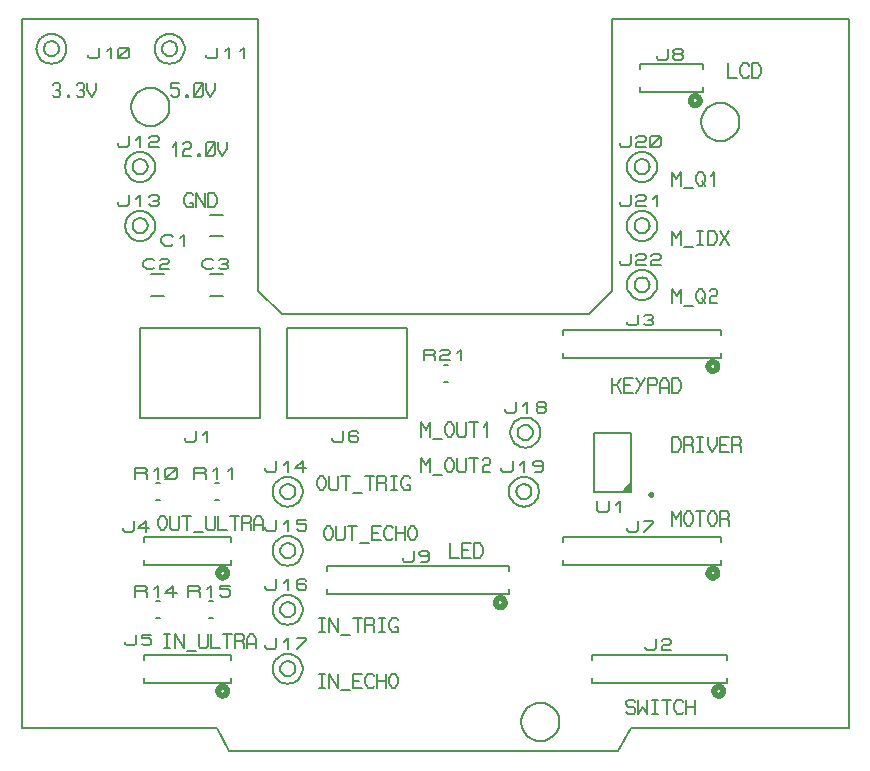
<source format=gbr>
G04 PROTEUS GERBER X2 FILE*
%TF.GenerationSoftware,Labcenter,Proteus,8.12-SP0-Build30713*%
%TF.CreationDate,2021-08-02T00:20:26+00:00*%
%TF.FileFunction,Legend,Top*%
%TF.FilePolarity,Positive*%
%TF.Part,Single*%
%TF.SameCoordinates,{4cff7d1c-7656-49df-93de-6e2fb68f4e0e}*%
%FSLAX45Y45*%
%MOMM*%
G01*
%TA.AperFunction,Profile*%
%ADD21C,0.203200*%
%TA.AperFunction,Material*%
%ADD25C,0.203200*%
%ADD26C,0.250000*%
%ADD27C,0.200000*%
%ADD28C,0.100000*%
%ADD29C,0.508000*%
%ADD72C,0.152400*%
%TD.AperFunction*%
D21*
X+0Y+0D02*
X+1650000Y+0D01*
X+7000000Y+0D02*
X+7000000Y+6000000D01*
X+5000000Y+6000000D01*
X+5000000Y+3700000D01*
X+4800000Y+3500000D01*
X+2200000Y+3500000D01*
X+2000000Y+3700000D02*
X+2000000Y+6000000D01*
X+0Y+6000000D01*
X+0Y+0D01*
X+2000000Y+3700000D02*
X+2200000Y+3500000D01*
X+5160000Y+0D02*
X+7000000Y+0D01*
X+1750000Y-200000D02*
X+5050000Y-200000D01*
X+1650000Y+0D02*
X+1750000Y-200000D01*
X+5160000Y+0D02*
X+5050000Y-200000D01*
X+4550045Y+50000D02*
X+4549508Y+63142D01*
X+4545144Y+89427D01*
X+4536029Y+115712D01*
X+4521182Y+141997D01*
X+4498470Y+168118D01*
X+4472185Y+187898D01*
X+4445900Y+200658D01*
X+4419615Y+208108D01*
X+4393330Y+210987D01*
X+4389000Y+211045D01*
X+4227955Y+50000D02*
X+4228492Y+63142D01*
X+4232856Y+89427D01*
X+4241971Y+115712D01*
X+4256818Y+141997D01*
X+4279530Y+168118D01*
X+4305815Y+187898D01*
X+4332100Y+200658D01*
X+4358385Y+208108D01*
X+4384670Y+210987D01*
X+4389000Y+211045D01*
X+4227955Y+50000D02*
X+4228492Y+36858D01*
X+4232856Y+10573D01*
X+4241971Y-15712D01*
X+4256818Y-41997D01*
X+4279530Y-68118D01*
X+4305815Y-87898D01*
X+4332100Y-100658D01*
X+4358385Y-108108D01*
X+4384670Y-110987D01*
X+4389000Y-111045D01*
X+4550045Y+50000D02*
X+4549508Y+36858D01*
X+4545144Y+10573D01*
X+4536029Y-15712D01*
X+4521182Y-41997D01*
X+4498470Y-68118D01*
X+4472185Y-87898D01*
X+4445900Y-100658D01*
X+4419615Y-108108D01*
X+4393330Y-110987D01*
X+4389000Y-111045D01*
X+6074045Y+5130000D02*
X+6073508Y+5143142D01*
X+6069144Y+5169427D01*
X+6060029Y+5195712D01*
X+6045182Y+5221997D01*
X+6022470Y+5248118D01*
X+5996185Y+5267898D01*
X+5969900Y+5280658D01*
X+5943615Y+5288108D01*
X+5917330Y+5290987D01*
X+5913000Y+5291045D01*
X+5751955Y+5130000D02*
X+5752492Y+5143142D01*
X+5756856Y+5169427D01*
X+5765971Y+5195712D01*
X+5780818Y+5221997D01*
X+5803530Y+5248118D01*
X+5829815Y+5267898D01*
X+5856100Y+5280658D01*
X+5882385Y+5288108D01*
X+5908670Y+5290987D01*
X+5913000Y+5291045D01*
X+5751955Y+5130000D02*
X+5752492Y+5116858D01*
X+5756856Y+5090573D01*
X+5765971Y+5064288D01*
X+5780818Y+5038003D01*
X+5803530Y+5011882D01*
X+5829815Y+4992102D01*
X+5856100Y+4979342D01*
X+5882385Y+4971892D01*
X+5908670Y+4969013D01*
X+5913000Y+4968955D01*
X+6074045Y+5130000D02*
X+6073508Y+5116858D01*
X+6069144Y+5090573D01*
X+6060029Y+5064288D01*
X+6045182Y+5038003D01*
X+6022470Y+5011882D01*
X+5996185Y+4992102D01*
X+5969900Y+4979342D01*
X+5943615Y+4971892D01*
X+5917330Y+4969013D01*
X+5913000Y+4968955D01*
X+1248045Y+5257000D02*
X+1247508Y+5270142D01*
X+1243144Y+5296427D01*
X+1234029Y+5322712D01*
X+1219182Y+5348997D01*
X+1196470Y+5375118D01*
X+1170185Y+5394898D01*
X+1143900Y+5407658D01*
X+1117615Y+5415108D01*
X+1091330Y+5417987D01*
X+1087000Y+5418045D01*
X+925955Y+5257000D02*
X+926492Y+5270142D01*
X+930856Y+5296427D01*
X+939971Y+5322712D01*
X+954818Y+5348997D01*
X+977530Y+5375118D01*
X+1003815Y+5394898D01*
X+1030100Y+5407658D01*
X+1056385Y+5415108D01*
X+1082670Y+5417987D01*
X+1087000Y+5418045D01*
X+925955Y+5257000D02*
X+926492Y+5243858D01*
X+930856Y+5217573D01*
X+939971Y+5191288D01*
X+954818Y+5165003D01*
X+977530Y+5138882D01*
X+1003815Y+5119102D01*
X+1030100Y+5106342D01*
X+1056385Y+5098892D01*
X+1082670Y+5096013D01*
X+1087000Y+5095955D01*
X+1248045Y+5257000D02*
X+1247508Y+5243858D01*
X+1243144Y+5217573D01*
X+1234029Y+5191288D01*
X+1219182Y+5165003D01*
X+1196470Y+5138882D01*
X+1170185Y+5119102D01*
X+1143900Y+5106342D01*
X+1117615Y+5098892D01*
X+1091330Y+5096013D01*
X+1087000Y+5095955D01*
D25*
X+996000Y+2619000D02*
X+996000Y+3381000D01*
X+2012000Y+3381000D02*
X+2012000Y+2619000D01*
X+996000Y+2619000D02*
X+2012000Y+2619000D01*
X+996000Y+3381000D02*
X+2012000Y+3381000D01*
X+1377000Y+2452120D02*
X+1377000Y+2436880D01*
X+1392875Y+2421640D01*
X+1456375Y+2421640D01*
X+1472250Y+2436880D01*
X+1472250Y+2513080D01*
X+1535750Y+2482600D02*
X+1567500Y+2513080D01*
X+1567500Y+2421640D01*
X+2246000Y+2619000D02*
X+2246000Y+3381000D01*
X+3262000Y+3381000D02*
X+3262000Y+2619000D01*
X+2246000Y+2619000D02*
X+3262000Y+2619000D01*
X+2246000Y+3381000D02*
X+3262000Y+3381000D01*
X+2627000Y+2452120D02*
X+2627000Y+2436880D01*
X+2642875Y+2421640D01*
X+2706375Y+2421640D01*
X+2722250Y+2436880D01*
X+2722250Y+2513080D01*
X+2849250Y+2497840D02*
X+2833375Y+2513080D01*
X+2785750Y+2513080D01*
X+2769875Y+2497840D01*
X+2769875Y+2436880D01*
X+2785750Y+2421640D01*
X+2833375Y+2421640D01*
X+2849250Y+2436880D01*
X+2849250Y+2452120D01*
X+2833375Y+2467360D01*
X+2769875Y+2467360D01*
D26*
X+5337500Y+1975000D02*
X+5337457Y+1976039D01*
X+5337105Y+1978118D01*
X+5336368Y+1980197D01*
X+5335164Y+1982276D01*
X+5333323Y+1984326D01*
X+5331244Y+1985829D01*
X+5329165Y+1986786D01*
X+5327086Y+1987325D01*
X+5325007Y+1987500D01*
X+5325000Y+1987500D01*
X+5312500Y+1975000D02*
X+5312543Y+1976039D01*
X+5312895Y+1978118D01*
X+5313632Y+1980197D01*
X+5314836Y+1982276D01*
X+5316677Y+1984326D01*
X+5318756Y+1985829D01*
X+5320835Y+1986786D01*
X+5322914Y+1987325D01*
X+5324993Y+1987500D01*
X+5325000Y+1987500D01*
X+5312500Y+1975000D02*
X+5312543Y+1973961D01*
X+5312895Y+1971882D01*
X+5313632Y+1969803D01*
X+5314836Y+1967724D01*
X+5316677Y+1965674D01*
X+5318756Y+1964171D01*
X+5320835Y+1963214D01*
X+5322914Y+1962675D01*
X+5324993Y+1962500D01*
X+5325000Y+1962500D01*
X+5337500Y+1975000D02*
X+5337457Y+1973961D01*
X+5337105Y+1971882D01*
X+5336368Y+1969803D01*
X+5335164Y+1967724D01*
X+5333323Y+1965674D01*
X+5331244Y+1964171D01*
X+5329165Y+1963214D01*
X+5327086Y+1962675D01*
X+5325007Y+1962500D01*
X+5325000Y+1962500D01*
D27*
X+5160000Y+2500000D02*
X+4840000Y+2500000D01*
X+4840000Y+2000000D01*
X+5160000Y+2000000D01*
X+5160000Y+2500000D01*
D28*
X+5160000Y+2010000D02*
X+5150000Y+2000000D01*
X+5160000Y+2020000D02*
X+5140000Y+2000000D01*
X+5160000Y+2030000D02*
X+5130000Y+2000000D01*
X+5160000Y+2040000D02*
X+5120000Y+2000000D01*
X+5160000Y+2050000D02*
X+5110000Y+2000000D01*
X+5160000Y+2060000D02*
X+5100000Y+2000000D01*
X+5160000Y+2070000D02*
X+5090000Y+2000000D01*
X+5160000Y+2080000D02*
X+5080000Y+2000000D01*
X+5160000Y+2090000D02*
X+5070000Y+2000000D01*
D25*
X+4873000Y+1919520D02*
X+4873000Y+1843320D01*
X+4888875Y+1828080D01*
X+4952375Y+1828080D01*
X+4968250Y+1843320D01*
X+4968250Y+1919520D01*
X+5031750Y+1889040D02*
X+5063500Y+1919520D01*
X+5063500Y+1828080D01*
D29*
X+5938100Y+309500D02*
X+5937969Y+312658D01*
X+5936903Y+318976D01*
X+5934672Y+325294D01*
X+5931027Y+331612D01*
X+5925452Y+337851D01*
X+5919134Y+342447D01*
X+5912816Y+345380D01*
X+5906498Y+347042D01*
X+5900180Y+347600D01*
X+5900000Y+347600D01*
X+5861900Y+309500D02*
X+5862031Y+312658D01*
X+5863097Y+318976D01*
X+5865328Y+325294D01*
X+5868973Y+331612D01*
X+5874548Y+337851D01*
X+5880866Y+342447D01*
X+5887184Y+345380D01*
X+5893502Y+347042D01*
X+5899820Y+347600D01*
X+5900000Y+347600D01*
X+5861900Y+309500D02*
X+5862031Y+306342D01*
X+5863097Y+300024D01*
X+5865328Y+293706D01*
X+5868973Y+287388D01*
X+5874548Y+281149D01*
X+5880866Y+276553D01*
X+5887184Y+273620D01*
X+5893502Y+271958D01*
X+5899820Y+271400D01*
X+5900000Y+271400D01*
X+5938100Y+309500D02*
X+5937969Y+306342D01*
X+5936903Y+300024D01*
X+5934672Y+293706D01*
X+5931027Y+287388D01*
X+5925452Y+281149D01*
X+5919134Y+276553D01*
X+5912816Y+273620D01*
X+5906498Y+271958D01*
X+5900180Y+271400D01*
X+5900000Y+271400D01*
D72*
X+4830150Y+380620D02*
X+5969850Y+380620D01*
X+5969850Y+424135D01*
X+5969850Y+619380D02*
X+4830150Y+619380D01*
X+4830150Y+575865D01*
X+4830150Y+424135D02*
X+4830150Y+380620D01*
X+5969850Y+575865D02*
X+5969850Y+619380D01*
D25*
X+5273000Y+687960D02*
X+5273000Y+672720D01*
X+5288875Y+657480D01*
X+5352375Y+657480D01*
X+5368250Y+672720D01*
X+5368250Y+748920D01*
X+5415875Y+733680D02*
X+5431750Y+748920D01*
X+5479375Y+748920D01*
X+5495250Y+733680D01*
X+5495250Y+718440D01*
X+5479375Y+703200D01*
X+5431750Y+703200D01*
X+5415875Y+687960D01*
X+5415875Y+657480D01*
X+5495250Y+657480D01*
D29*
X+5888100Y+1309500D02*
X+5887969Y+1312658D01*
X+5886903Y+1318976D01*
X+5884672Y+1325294D01*
X+5881027Y+1331612D01*
X+5875452Y+1337851D01*
X+5869134Y+1342447D01*
X+5862816Y+1345380D01*
X+5856498Y+1347042D01*
X+5850180Y+1347600D01*
X+5850000Y+1347600D01*
X+5811900Y+1309500D02*
X+5812031Y+1312658D01*
X+5813097Y+1318976D01*
X+5815328Y+1325294D01*
X+5818973Y+1331612D01*
X+5824548Y+1337851D01*
X+5830866Y+1342447D01*
X+5837184Y+1345380D01*
X+5843502Y+1347042D01*
X+5849820Y+1347600D01*
X+5850000Y+1347600D01*
X+5811900Y+1309500D02*
X+5812031Y+1306342D01*
X+5813097Y+1300024D01*
X+5815328Y+1293706D01*
X+5818973Y+1287388D01*
X+5824548Y+1281149D01*
X+5830866Y+1276553D01*
X+5837184Y+1273620D01*
X+5843502Y+1271958D01*
X+5849820Y+1271400D01*
X+5850000Y+1271400D01*
X+5888100Y+1309500D02*
X+5887969Y+1306342D01*
X+5886903Y+1300024D01*
X+5884672Y+1293706D01*
X+5881027Y+1287388D01*
X+5875452Y+1281149D01*
X+5869134Y+1276553D01*
X+5862816Y+1273620D01*
X+5856498Y+1271958D01*
X+5850180Y+1271400D01*
X+5850000Y+1271400D01*
D72*
X+4580150Y+1380620D02*
X+5919850Y+1380620D01*
X+5919850Y+1424135D01*
X+5919850Y+1619380D02*
X+4580150Y+1619380D01*
X+4580150Y+1575865D01*
X+4580150Y+1424135D02*
X+4580150Y+1380620D01*
X+5919850Y+1575865D02*
X+5919850Y+1619380D01*
D25*
X+5123000Y+1687960D02*
X+5123000Y+1672720D01*
X+5138875Y+1657480D01*
X+5202375Y+1657480D01*
X+5218250Y+1672720D01*
X+5218250Y+1748920D01*
X+5265875Y+1748920D02*
X+5345250Y+1748920D01*
X+5345250Y+1733680D01*
X+5265875Y+1657480D01*
D29*
X+5888100Y+3059500D02*
X+5887969Y+3062658D01*
X+5886903Y+3068976D01*
X+5884672Y+3075294D01*
X+5881027Y+3081612D01*
X+5875452Y+3087851D01*
X+5869134Y+3092447D01*
X+5862816Y+3095380D01*
X+5856498Y+3097042D01*
X+5850180Y+3097600D01*
X+5850000Y+3097600D01*
X+5811900Y+3059500D02*
X+5812031Y+3062658D01*
X+5813097Y+3068976D01*
X+5815328Y+3075294D01*
X+5818973Y+3081612D01*
X+5824548Y+3087851D01*
X+5830866Y+3092447D01*
X+5837184Y+3095380D01*
X+5843502Y+3097042D01*
X+5849820Y+3097600D01*
X+5850000Y+3097600D01*
X+5811900Y+3059500D02*
X+5812031Y+3056342D01*
X+5813097Y+3050024D01*
X+5815328Y+3043706D01*
X+5818973Y+3037388D01*
X+5824548Y+3031149D01*
X+5830866Y+3026553D01*
X+5837184Y+3023620D01*
X+5843502Y+3021958D01*
X+5849820Y+3021400D01*
X+5850000Y+3021400D01*
X+5888100Y+3059500D02*
X+5887969Y+3056342D01*
X+5886903Y+3050024D01*
X+5884672Y+3043706D01*
X+5881027Y+3037388D01*
X+5875452Y+3031149D01*
X+5869134Y+3026553D01*
X+5862816Y+3023620D01*
X+5856498Y+3021958D01*
X+5850180Y+3021400D01*
X+5850000Y+3021400D01*
D72*
X+4580150Y+3130620D02*
X+5919850Y+3130620D01*
X+5919850Y+3174135D01*
X+5919850Y+3369380D02*
X+4580150Y+3369380D01*
X+4580150Y+3325865D01*
X+4580150Y+3174135D02*
X+4580150Y+3130620D01*
X+5919850Y+3325865D02*
X+5919850Y+3369380D01*
D25*
X+5123000Y+3437960D02*
X+5123000Y+3422720D01*
X+5138875Y+3407480D01*
X+5202375Y+3407480D01*
X+5218250Y+3422720D01*
X+5218250Y+3498920D01*
X+5265875Y+3483680D02*
X+5281750Y+3498920D01*
X+5329375Y+3498920D01*
X+5345250Y+3483680D01*
X+5345250Y+3468440D01*
X+5329375Y+3453200D01*
X+5345250Y+3437960D01*
X+5345250Y+3422720D01*
X+5329375Y+3407480D01*
X+5281750Y+3407480D01*
X+5265875Y+3422720D01*
X+5297625Y+3453200D02*
X+5329375Y+3453200D01*
D29*
X+1738100Y+1309500D02*
X+1737969Y+1312658D01*
X+1736903Y+1318976D01*
X+1734672Y+1325294D01*
X+1731027Y+1331612D01*
X+1725452Y+1337851D01*
X+1719134Y+1342447D01*
X+1712816Y+1345380D01*
X+1706498Y+1347042D01*
X+1700180Y+1347600D01*
X+1700000Y+1347600D01*
X+1661900Y+1309500D02*
X+1662031Y+1312658D01*
X+1663097Y+1318976D01*
X+1665328Y+1325294D01*
X+1668973Y+1331612D01*
X+1674548Y+1337851D01*
X+1680866Y+1342447D01*
X+1687184Y+1345380D01*
X+1693502Y+1347042D01*
X+1699820Y+1347600D01*
X+1700000Y+1347600D01*
X+1661900Y+1309500D02*
X+1662031Y+1306342D01*
X+1663097Y+1300024D01*
X+1665328Y+1293706D01*
X+1668973Y+1287388D01*
X+1674548Y+1281149D01*
X+1680866Y+1276553D01*
X+1687184Y+1273620D01*
X+1693502Y+1271958D01*
X+1699820Y+1271400D01*
X+1700000Y+1271400D01*
X+1738100Y+1309500D02*
X+1737969Y+1306342D01*
X+1736903Y+1300024D01*
X+1734672Y+1293706D01*
X+1731027Y+1287388D01*
X+1725452Y+1281149D01*
X+1719134Y+1276553D01*
X+1712816Y+1273620D01*
X+1706498Y+1271958D01*
X+1700180Y+1271400D01*
X+1700000Y+1271400D01*
D72*
X+1030150Y+1380620D02*
X+1769850Y+1380620D01*
X+1769850Y+1424135D01*
X+1769850Y+1619380D02*
X+1030150Y+1619380D01*
X+1030150Y+1575865D01*
X+1030150Y+1424135D02*
X+1030150Y+1380620D01*
X+1769850Y+1575865D02*
X+1769850Y+1619380D01*
D25*
X+856000Y+1687960D02*
X+856000Y+1672720D01*
X+871875Y+1657480D01*
X+935375Y+1657480D01*
X+951250Y+1672720D01*
X+951250Y+1748920D01*
X+1078250Y+1687960D02*
X+983000Y+1687960D01*
X+1046500Y+1748920D01*
X+1046500Y+1657480D01*
D29*
X+1738100Y+309500D02*
X+1737969Y+312658D01*
X+1736903Y+318976D01*
X+1734672Y+325294D01*
X+1731027Y+331612D01*
X+1725452Y+337851D01*
X+1719134Y+342447D01*
X+1712816Y+345380D01*
X+1706498Y+347042D01*
X+1700180Y+347600D01*
X+1700000Y+347600D01*
X+1661900Y+309500D02*
X+1662031Y+312658D01*
X+1663097Y+318976D01*
X+1665328Y+325294D01*
X+1668973Y+331612D01*
X+1674548Y+337851D01*
X+1680866Y+342447D01*
X+1687184Y+345380D01*
X+1693502Y+347042D01*
X+1699820Y+347600D01*
X+1700000Y+347600D01*
X+1661900Y+309500D02*
X+1662031Y+306342D01*
X+1663097Y+300024D01*
X+1665328Y+293706D01*
X+1668973Y+287388D01*
X+1674548Y+281149D01*
X+1680866Y+276553D01*
X+1687184Y+273620D01*
X+1693502Y+271958D01*
X+1699820Y+271400D01*
X+1700000Y+271400D01*
X+1738100Y+309500D02*
X+1737969Y+306342D01*
X+1736903Y+300024D01*
X+1734672Y+293706D01*
X+1731027Y+287388D01*
X+1725452Y+281149D01*
X+1719134Y+276553D01*
X+1712816Y+273620D01*
X+1706498Y+271958D01*
X+1700180Y+271400D01*
X+1700000Y+271400D01*
D72*
X+1030150Y+380620D02*
X+1769850Y+380620D01*
X+1769850Y+424135D01*
X+1769850Y+619380D02*
X+1030150Y+619380D01*
X+1030150Y+575865D01*
X+1030150Y+424135D02*
X+1030150Y+380620D01*
X+1769850Y+575865D02*
X+1769850Y+619380D01*
D25*
X+873000Y+728460D02*
X+873000Y+713220D01*
X+888875Y+697980D01*
X+952375Y+697980D01*
X+968250Y+713220D01*
X+968250Y+789420D01*
X+1095250Y+789420D02*
X+1015875Y+789420D01*
X+1015875Y+758940D01*
X+1079375Y+758940D01*
X+1095250Y+743700D01*
X+1095250Y+713220D01*
X+1079375Y+697980D01*
X+1031750Y+697980D01*
X+1015875Y+713220D01*
D29*
X+4088100Y+1059500D02*
X+4087969Y+1062658D01*
X+4086903Y+1068976D01*
X+4084672Y+1075294D01*
X+4081027Y+1081612D01*
X+4075452Y+1087851D01*
X+4069134Y+1092447D01*
X+4062816Y+1095380D01*
X+4056498Y+1097042D01*
X+4050180Y+1097600D01*
X+4050000Y+1097600D01*
X+4011900Y+1059500D02*
X+4012031Y+1062658D01*
X+4013097Y+1068976D01*
X+4015328Y+1075294D01*
X+4018973Y+1081612D01*
X+4024548Y+1087851D01*
X+4030866Y+1092447D01*
X+4037184Y+1095380D01*
X+4043502Y+1097042D01*
X+4049820Y+1097600D01*
X+4050000Y+1097600D01*
X+4011900Y+1059500D02*
X+4012031Y+1056342D01*
X+4013097Y+1050024D01*
X+4015328Y+1043706D01*
X+4018973Y+1037388D01*
X+4024548Y+1031149D01*
X+4030866Y+1026553D01*
X+4037184Y+1023620D01*
X+4043502Y+1021958D01*
X+4049820Y+1021400D01*
X+4050000Y+1021400D01*
X+4088100Y+1059500D02*
X+4087969Y+1056342D01*
X+4086903Y+1050024D01*
X+4084672Y+1043706D01*
X+4081027Y+1037388D01*
X+4075452Y+1031149D01*
X+4069134Y+1026553D01*
X+4062816Y+1023620D01*
X+4056498Y+1021958D01*
X+4050180Y+1021400D01*
X+4050000Y+1021400D01*
D72*
X+2580150Y+1130620D02*
X+4119850Y+1130620D01*
X+4119850Y+1174135D01*
X+4119850Y+1369380D02*
X+2580150Y+1369380D01*
X+2580150Y+1325865D01*
X+2580150Y+1174135D02*
X+2580150Y+1130620D01*
X+4119850Y+1325865D02*
X+4119850Y+1369380D01*
D25*
X+3223000Y+1437960D02*
X+3223000Y+1422720D01*
X+3238875Y+1407480D01*
X+3302375Y+1407480D01*
X+3318250Y+1422720D01*
X+3318250Y+1498920D01*
X+3445250Y+1468440D02*
X+3429375Y+1453200D01*
X+3381750Y+1453200D01*
X+3365875Y+1468440D01*
X+3365875Y+1483680D01*
X+3381750Y+1498920D01*
X+3429375Y+1498920D01*
X+3445250Y+1483680D01*
X+3445250Y+1422720D01*
X+3429375Y+1407480D01*
X+3381750Y+1407480D01*
D29*
X+5738100Y+5309500D02*
X+5737969Y+5312658D01*
X+5736903Y+5318976D01*
X+5734672Y+5325294D01*
X+5731027Y+5331612D01*
X+5725452Y+5337851D01*
X+5719134Y+5342447D01*
X+5712816Y+5345380D01*
X+5706498Y+5347042D01*
X+5700180Y+5347600D01*
X+5700000Y+5347600D01*
X+5661900Y+5309500D02*
X+5662031Y+5312658D01*
X+5663097Y+5318976D01*
X+5665328Y+5325294D01*
X+5668973Y+5331612D01*
X+5674548Y+5337851D01*
X+5680866Y+5342447D01*
X+5687184Y+5345380D01*
X+5693502Y+5347042D01*
X+5699820Y+5347600D01*
X+5700000Y+5347600D01*
X+5661900Y+5309500D02*
X+5662031Y+5306342D01*
X+5663097Y+5300024D01*
X+5665328Y+5293706D01*
X+5668973Y+5287388D01*
X+5674548Y+5281149D01*
X+5680866Y+5276553D01*
X+5687184Y+5273620D01*
X+5693502Y+5271958D01*
X+5699820Y+5271400D01*
X+5700000Y+5271400D01*
X+5738100Y+5309500D02*
X+5737969Y+5306342D01*
X+5736903Y+5300024D01*
X+5734672Y+5293706D01*
X+5731027Y+5287388D01*
X+5725452Y+5281149D01*
X+5719134Y+5276553D01*
X+5712816Y+5273620D01*
X+5706498Y+5271958D01*
X+5700180Y+5271400D01*
X+5700000Y+5271400D01*
D72*
X+5230150Y+5380620D02*
X+5769850Y+5380620D01*
X+5769850Y+5424135D01*
X+5769850Y+5619380D02*
X+5230150Y+5619380D01*
X+5230150Y+5575865D01*
X+5230150Y+5424135D02*
X+5230150Y+5380620D01*
X+5769850Y+5575865D02*
X+5769850Y+5619380D01*
D25*
X+5373000Y+5687960D02*
X+5373000Y+5672720D01*
X+5388875Y+5657480D01*
X+5452375Y+5657480D01*
X+5468250Y+5672720D01*
X+5468250Y+5748920D01*
X+5531750Y+5703200D02*
X+5515875Y+5718440D01*
X+5515875Y+5733680D01*
X+5531750Y+5748920D01*
X+5579375Y+5748920D01*
X+5595250Y+5733680D01*
X+5595250Y+5718440D01*
X+5579375Y+5703200D01*
X+5531750Y+5703200D01*
X+5515875Y+5687960D01*
X+5515875Y+5672720D01*
X+5531750Y+5657480D01*
X+5579375Y+5657480D01*
X+5595250Y+5672720D01*
X+5595250Y+5687960D01*
X+5579375Y+5703200D01*
X+377000Y+5750000D02*
X+376573Y+5760409D01*
X+373101Y+5781228D01*
X+365845Y+5802047D01*
X+354017Y+5822866D01*
X+335920Y+5843524D01*
X+315101Y+5859045D01*
X+294282Y+5869030D01*
X+273463Y+5874814D01*
X+252644Y+5876972D01*
X+250000Y+5877000D01*
X+123000Y+5750000D02*
X+123427Y+5760409D01*
X+126899Y+5781228D01*
X+134155Y+5802047D01*
X+145983Y+5822866D01*
X+164080Y+5843524D01*
X+184899Y+5859045D01*
X+205718Y+5869030D01*
X+226537Y+5874814D01*
X+247356Y+5876972D01*
X+250000Y+5877000D01*
X+123000Y+5750000D02*
X+123427Y+5739591D01*
X+126899Y+5718772D01*
X+134155Y+5697953D01*
X+145983Y+5677134D01*
X+164080Y+5656476D01*
X+184899Y+5640955D01*
X+205718Y+5630970D01*
X+226537Y+5625186D01*
X+247356Y+5623028D01*
X+250000Y+5623000D01*
X+377000Y+5750000D02*
X+376573Y+5739591D01*
X+373101Y+5718772D01*
X+365845Y+5697953D01*
X+354017Y+5677134D01*
X+335920Y+5656476D01*
X+315101Y+5640955D01*
X+294282Y+5630970D01*
X+273463Y+5625186D01*
X+252644Y+5623028D01*
X+250000Y+5623000D01*
X+313500Y+5750000D02*
X+313283Y+5755247D01*
X+311518Y+5765742D01*
X+307826Y+5776237D01*
X+301798Y+5786732D01*
X+292576Y+5797112D01*
X+282081Y+5804800D01*
X+271586Y+5809718D01*
X+261091Y+5812524D01*
X+250596Y+5813497D01*
X+250000Y+5813500D01*
X+186500Y+5750000D02*
X+186717Y+5755247D01*
X+188482Y+5765742D01*
X+192174Y+5776237D01*
X+198202Y+5786732D01*
X+207424Y+5797112D01*
X+217919Y+5804800D01*
X+228414Y+5809718D01*
X+238909Y+5812524D01*
X+249404Y+5813497D01*
X+250000Y+5813500D01*
X+186500Y+5750000D02*
X+186717Y+5744753D01*
X+188482Y+5734258D01*
X+192174Y+5723763D01*
X+198202Y+5713268D01*
X+207424Y+5702888D01*
X+217919Y+5695200D01*
X+228414Y+5690282D01*
X+238909Y+5687476D01*
X+249404Y+5686503D01*
X+250000Y+5686500D01*
X+313500Y+5750000D02*
X+313283Y+5744753D01*
X+311518Y+5734258D01*
X+307826Y+5723763D01*
X+301798Y+5713268D01*
X+292576Y+5702888D01*
X+282081Y+5695200D01*
X+271586Y+5690282D01*
X+261091Y+5687476D01*
X+250596Y+5686503D01*
X+250000Y+5686500D01*
X+559500Y+5698120D02*
X+559500Y+5682880D01*
X+575375Y+5667640D01*
X+638875Y+5667640D01*
X+654750Y+5682880D01*
X+654750Y+5759080D01*
X+718250Y+5728600D02*
X+750000Y+5759080D01*
X+750000Y+5667640D01*
X+813500Y+5682880D02*
X+813500Y+5743840D01*
X+829375Y+5759080D01*
X+892875Y+5759080D01*
X+908750Y+5743840D01*
X+908750Y+5682880D01*
X+892875Y+5667640D01*
X+829375Y+5667640D01*
X+813500Y+5682880D01*
X+813500Y+5667640D02*
X+908750Y+5759080D01*
X+1377000Y+5750000D02*
X+1376573Y+5760409D01*
X+1373101Y+5781228D01*
X+1365845Y+5802047D01*
X+1354017Y+5822866D01*
X+1335920Y+5843524D01*
X+1315101Y+5859045D01*
X+1294282Y+5869030D01*
X+1273463Y+5874814D01*
X+1252644Y+5876972D01*
X+1250000Y+5877000D01*
X+1123000Y+5750000D02*
X+1123427Y+5760409D01*
X+1126899Y+5781228D01*
X+1134155Y+5802047D01*
X+1145983Y+5822866D01*
X+1164080Y+5843524D01*
X+1184899Y+5859045D01*
X+1205718Y+5869030D01*
X+1226537Y+5874814D01*
X+1247356Y+5876972D01*
X+1250000Y+5877000D01*
X+1123000Y+5750000D02*
X+1123427Y+5739591D01*
X+1126899Y+5718772D01*
X+1134155Y+5697953D01*
X+1145983Y+5677134D01*
X+1164080Y+5656476D01*
X+1184899Y+5640955D01*
X+1205718Y+5630970D01*
X+1226537Y+5625186D01*
X+1247356Y+5623028D01*
X+1250000Y+5623000D01*
X+1377000Y+5750000D02*
X+1376573Y+5739591D01*
X+1373101Y+5718772D01*
X+1365845Y+5697953D01*
X+1354017Y+5677134D01*
X+1335920Y+5656476D01*
X+1315101Y+5640955D01*
X+1294282Y+5630970D01*
X+1273463Y+5625186D01*
X+1252644Y+5623028D01*
X+1250000Y+5623000D01*
X+1313500Y+5750000D02*
X+1313283Y+5755247D01*
X+1311518Y+5765742D01*
X+1307826Y+5776237D01*
X+1301798Y+5786732D01*
X+1292576Y+5797112D01*
X+1282081Y+5804800D01*
X+1271586Y+5809718D01*
X+1261091Y+5812524D01*
X+1250596Y+5813497D01*
X+1250000Y+5813500D01*
X+1186500Y+5750000D02*
X+1186717Y+5755247D01*
X+1188482Y+5765742D01*
X+1192174Y+5776237D01*
X+1198202Y+5786732D01*
X+1207424Y+5797112D01*
X+1217919Y+5804800D01*
X+1228414Y+5809718D01*
X+1238909Y+5812524D01*
X+1249404Y+5813497D01*
X+1250000Y+5813500D01*
X+1186500Y+5750000D02*
X+1186717Y+5744753D01*
X+1188482Y+5734258D01*
X+1192174Y+5723763D01*
X+1198202Y+5713268D01*
X+1207424Y+5702888D01*
X+1217919Y+5695200D01*
X+1228414Y+5690282D01*
X+1238909Y+5687476D01*
X+1249404Y+5686503D01*
X+1250000Y+5686500D01*
X+1313500Y+5750000D02*
X+1313283Y+5744753D01*
X+1311518Y+5734258D01*
X+1307826Y+5723763D01*
X+1301798Y+5713268D01*
X+1292576Y+5702888D01*
X+1282081Y+5695200D01*
X+1271586Y+5690282D01*
X+1261091Y+5687476D01*
X+1250596Y+5686503D01*
X+1250000Y+5686500D01*
X+1559500Y+5698120D02*
X+1559500Y+5682880D01*
X+1575375Y+5667640D01*
X+1638875Y+5667640D01*
X+1654750Y+5682880D01*
X+1654750Y+5759080D01*
X+1718250Y+5728600D02*
X+1750000Y+5759080D01*
X+1750000Y+5667640D01*
X+1845250Y+5728600D02*
X+1877000Y+5759080D01*
X+1877000Y+5667640D01*
X+1127000Y+4750000D02*
X+1126573Y+4760409D01*
X+1123101Y+4781228D01*
X+1115845Y+4802047D01*
X+1104017Y+4822866D01*
X+1085920Y+4843524D01*
X+1065101Y+4859045D01*
X+1044282Y+4869030D01*
X+1023463Y+4874814D01*
X+1002644Y+4876972D01*
X+1000000Y+4877000D01*
X+873000Y+4750000D02*
X+873427Y+4760409D01*
X+876899Y+4781228D01*
X+884155Y+4802047D01*
X+895983Y+4822866D01*
X+914080Y+4843524D01*
X+934899Y+4859045D01*
X+955718Y+4869030D01*
X+976537Y+4874814D01*
X+997356Y+4876972D01*
X+1000000Y+4877000D01*
X+873000Y+4750000D02*
X+873427Y+4739591D01*
X+876899Y+4718772D01*
X+884155Y+4697953D01*
X+895983Y+4677134D01*
X+914080Y+4656476D01*
X+934899Y+4640955D01*
X+955718Y+4630970D01*
X+976537Y+4625186D01*
X+997356Y+4623028D01*
X+1000000Y+4623000D01*
X+1127000Y+4750000D02*
X+1126573Y+4739591D01*
X+1123101Y+4718772D01*
X+1115845Y+4697953D01*
X+1104017Y+4677134D01*
X+1085920Y+4656476D01*
X+1065101Y+4640955D01*
X+1044282Y+4630970D01*
X+1023463Y+4625186D01*
X+1002644Y+4623028D01*
X+1000000Y+4623000D01*
X+1063500Y+4750000D02*
X+1063283Y+4755247D01*
X+1061518Y+4765742D01*
X+1057826Y+4776237D01*
X+1051798Y+4786732D01*
X+1042576Y+4797112D01*
X+1032081Y+4804800D01*
X+1021586Y+4809718D01*
X+1011091Y+4812524D01*
X+1000596Y+4813497D01*
X+1000000Y+4813500D01*
X+936500Y+4750000D02*
X+936717Y+4755247D01*
X+938482Y+4765742D01*
X+942174Y+4776237D01*
X+948202Y+4786732D01*
X+957424Y+4797112D01*
X+967919Y+4804800D01*
X+978414Y+4809718D01*
X+988909Y+4812524D01*
X+999404Y+4813497D01*
X+1000000Y+4813500D01*
X+936500Y+4750000D02*
X+936717Y+4744753D01*
X+938482Y+4734258D01*
X+942174Y+4723763D01*
X+948202Y+4713268D01*
X+957424Y+4702888D01*
X+967919Y+4695200D01*
X+978414Y+4690282D01*
X+988909Y+4687476D01*
X+999404Y+4686503D01*
X+1000000Y+4686500D01*
X+1063500Y+4750000D02*
X+1063283Y+4744753D01*
X+1061518Y+4734258D01*
X+1057826Y+4723763D01*
X+1051798Y+4713268D01*
X+1042576Y+4702888D01*
X+1032081Y+4695200D01*
X+1021586Y+4690282D01*
X+1011091Y+4687476D01*
X+1000596Y+4686503D01*
X+1000000Y+4686500D01*
X+809500Y+4948120D02*
X+809500Y+4932880D01*
X+825375Y+4917640D01*
X+888875Y+4917640D01*
X+904750Y+4932880D01*
X+904750Y+5009080D01*
X+968250Y+4978600D02*
X+1000000Y+5009080D01*
X+1000000Y+4917640D01*
X+1079375Y+4993840D02*
X+1095250Y+5009080D01*
X+1142875Y+5009080D01*
X+1158750Y+4993840D01*
X+1158750Y+4978600D01*
X+1142875Y+4963360D01*
X+1095250Y+4963360D01*
X+1079375Y+4948120D01*
X+1079375Y+4917640D01*
X+1158750Y+4917640D01*
X+1127000Y+4250000D02*
X+1126573Y+4260409D01*
X+1123101Y+4281228D01*
X+1115845Y+4302047D01*
X+1104017Y+4322866D01*
X+1085920Y+4343524D01*
X+1065101Y+4359045D01*
X+1044282Y+4369030D01*
X+1023463Y+4374814D01*
X+1002644Y+4376972D01*
X+1000000Y+4377000D01*
X+873000Y+4250000D02*
X+873427Y+4260409D01*
X+876899Y+4281228D01*
X+884155Y+4302047D01*
X+895983Y+4322866D01*
X+914080Y+4343524D01*
X+934899Y+4359045D01*
X+955718Y+4369030D01*
X+976537Y+4374814D01*
X+997356Y+4376972D01*
X+1000000Y+4377000D01*
X+873000Y+4250000D02*
X+873427Y+4239591D01*
X+876899Y+4218772D01*
X+884155Y+4197953D01*
X+895983Y+4177134D01*
X+914080Y+4156476D01*
X+934899Y+4140955D01*
X+955718Y+4130970D01*
X+976537Y+4125186D01*
X+997356Y+4123028D01*
X+1000000Y+4123000D01*
X+1127000Y+4250000D02*
X+1126573Y+4239591D01*
X+1123101Y+4218772D01*
X+1115845Y+4197953D01*
X+1104017Y+4177134D01*
X+1085920Y+4156476D01*
X+1065101Y+4140955D01*
X+1044282Y+4130970D01*
X+1023463Y+4125186D01*
X+1002644Y+4123028D01*
X+1000000Y+4123000D01*
X+1063500Y+4250000D02*
X+1063283Y+4255247D01*
X+1061518Y+4265742D01*
X+1057826Y+4276237D01*
X+1051798Y+4286732D01*
X+1042576Y+4297112D01*
X+1032081Y+4304800D01*
X+1021586Y+4309718D01*
X+1011091Y+4312524D01*
X+1000596Y+4313497D01*
X+1000000Y+4313500D01*
X+936500Y+4250000D02*
X+936717Y+4255247D01*
X+938482Y+4265742D01*
X+942174Y+4276237D01*
X+948202Y+4286732D01*
X+957424Y+4297112D01*
X+967919Y+4304800D01*
X+978414Y+4309718D01*
X+988909Y+4312524D01*
X+999404Y+4313497D01*
X+1000000Y+4313500D01*
X+936500Y+4250000D02*
X+936717Y+4244753D01*
X+938482Y+4234258D01*
X+942174Y+4223763D01*
X+948202Y+4213268D01*
X+957424Y+4202888D01*
X+967919Y+4195200D01*
X+978414Y+4190282D01*
X+988909Y+4187476D01*
X+999404Y+4186503D01*
X+1000000Y+4186500D01*
X+1063500Y+4250000D02*
X+1063283Y+4244753D01*
X+1061518Y+4234258D01*
X+1057826Y+4223763D01*
X+1051798Y+4213268D01*
X+1042576Y+4202888D01*
X+1032081Y+4195200D01*
X+1021586Y+4190282D01*
X+1011091Y+4187476D01*
X+1000596Y+4186503D01*
X+1000000Y+4186500D01*
X+809500Y+4448120D02*
X+809500Y+4432880D01*
X+825375Y+4417640D01*
X+888875Y+4417640D01*
X+904750Y+4432880D01*
X+904750Y+4509080D01*
X+968250Y+4478600D02*
X+1000000Y+4509080D01*
X+1000000Y+4417640D01*
X+1079375Y+4493840D02*
X+1095250Y+4509080D01*
X+1142875Y+4509080D01*
X+1158750Y+4493840D01*
X+1158750Y+4478600D01*
X+1142875Y+4463360D01*
X+1158750Y+4448120D01*
X+1158750Y+4432880D01*
X+1142875Y+4417640D01*
X+1095250Y+4417640D01*
X+1079375Y+4432880D01*
X+1111125Y+4463360D02*
X+1142875Y+4463360D01*
X+2377000Y+2000000D02*
X+2376573Y+2010409D01*
X+2373101Y+2031228D01*
X+2365845Y+2052047D01*
X+2354017Y+2072866D01*
X+2335920Y+2093524D01*
X+2315101Y+2109045D01*
X+2294282Y+2119030D01*
X+2273463Y+2124814D01*
X+2252644Y+2126972D01*
X+2250000Y+2127000D01*
X+2123000Y+2000000D02*
X+2123427Y+2010409D01*
X+2126899Y+2031228D01*
X+2134155Y+2052047D01*
X+2145983Y+2072866D01*
X+2164080Y+2093524D01*
X+2184899Y+2109045D01*
X+2205718Y+2119030D01*
X+2226537Y+2124814D01*
X+2247356Y+2126972D01*
X+2250000Y+2127000D01*
X+2123000Y+2000000D02*
X+2123427Y+1989591D01*
X+2126899Y+1968772D01*
X+2134155Y+1947953D01*
X+2145983Y+1927134D01*
X+2164080Y+1906476D01*
X+2184899Y+1890955D01*
X+2205718Y+1880970D01*
X+2226537Y+1875186D01*
X+2247356Y+1873028D01*
X+2250000Y+1873000D01*
X+2377000Y+2000000D02*
X+2376573Y+1989591D01*
X+2373101Y+1968772D01*
X+2365845Y+1947953D01*
X+2354017Y+1927134D01*
X+2335920Y+1906476D01*
X+2315101Y+1890955D01*
X+2294282Y+1880970D01*
X+2273463Y+1875186D01*
X+2252644Y+1873028D01*
X+2250000Y+1873000D01*
X+2313500Y+2000000D02*
X+2313283Y+2005247D01*
X+2311518Y+2015742D01*
X+2307826Y+2026237D01*
X+2301798Y+2036732D01*
X+2292576Y+2047112D01*
X+2282081Y+2054800D01*
X+2271586Y+2059718D01*
X+2261091Y+2062524D01*
X+2250596Y+2063497D01*
X+2250000Y+2063500D01*
X+2186500Y+2000000D02*
X+2186717Y+2005247D01*
X+2188482Y+2015742D01*
X+2192174Y+2026237D01*
X+2198202Y+2036732D01*
X+2207424Y+2047112D01*
X+2217919Y+2054800D01*
X+2228414Y+2059718D01*
X+2238909Y+2062524D01*
X+2249404Y+2063497D01*
X+2250000Y+2063500D01*
X+2186500Y+2000000D02*
X+2186717Y+1994753D01*
X+2188482Y+1984258D01*
X+2192174Y+1973763D01*
X+2198202Y+1963268D01*
X+2207424Y+1952888D01*
X+2217919Y+1945200D01*
X+2228414Y+1940282D01*
X+2238909Y+1937476D01*
X+2249404Y+1936503D01*
X+2250000Y+1936500D01*
X+2313500Y+2000000D02*
X+2313283Y+1994753D01*
X+2311518Y+1984258D01*
X+2307826Y+1973763D01*
X+2301798Y+1963268D01*
X+2292576Y+1952888D01*
X+2282081Y+1945200D01*
X+2271586Y+1940282D01*
X+2261091Y+1937476D01*
X+2250596Y+1936503D01*
X+2250000Y+1936500D01*
X+2059500Y+2198120D02*
X+2059500Y+2182880D01*
X+2075375Y+2167640D01*
X+2138875Y+2167640D01*
X+2154750Y+2182880D01*
X+2154750Y+2259080D01*
X+2218250Y+2228600D02*
X+2250000Y+2259080D01*
X+2250000Y+2167640D01*
X+2408750Y+2198120D02*
X+2313500Y+2198120D01*
X+2377000Y+2259080D01*
X+2377000Y+2167640D01*
X+2377000Y+1500000D02*
X+2376573Y+1510409D01*
X+2373101Y+1531228D01*
X+2365845Y+1552047D01*
X+2354017Y+1572866D01*
X+2335920Y+1593524D01*
X+2315101Y+1609045D01*
X+2294282Y+1619030D01*
X+2273463Y+1624814D01*
X+2252644Y+1626972D01*
X+2250000Y+1627000D01*
X+2123000Y+1500000D02*
X+2123427Y+1510409D01*
X+2126899Y+1531228D01*
X+2134155Y+1552047D01*
X+2145983Y+1572866D01*
X+2164080Y+1593524D01*
X+2184899Y+1609045D01*
X+2205718Y+1619030D01*
X+2226537Y+1624814D01*
X+2247356Y+1626972D01*
X+2250000Y+1627000D01*
X+2123000Y+1500000D02*
X+2123427Y+1489591D01*
X+2126899Y+1468772D01*
X+2134155Y+1447953D01*
X+2145983Y+1427134D01*
X+2164080Y+1406476D01*
X+2184899Y+1390955D01*
X+2205718Y+1380970D01*
X+2226537Y+1375186D01*
X+2247356Y+1373028D01*
X+2250000Y+1373000D01*
X+2377000Y+1500000D02*
X+2376573Y+1489591D01*
X+2373101Y+1468772D01*
X+2365845Y+1447953D01*
X+2354017Y+1427134D01*
X+2335920Y+1406476D01*
X+2315101Y+1390955D01*
X+2294282Y+1380970D01*
X+2273463Y+1375186D01*
X+2252644Y+1373028D01*
X+2250000Y+1373000D01*
X+2313500Y+1500000D02*
X+2313283Y+1505247D01*
X+2311518Y+1515742D01*
X+2307826Y+1526237D01*
X+2301798Y+1536732D01*
X+2292576Y+1547112D01*
X+2282081Y+1554800D01*
X+2271586Y+1559718D01*
X+2261091Y+1562524D01*
X+2250596Y+1563497D01*
X+2250000Y+1563500D01*
X+2186500Y+1500000D02*
X+2186717Y+1505247D01*
X+2188482Y+1515742D01*
X+2192174Y+1526237D01*
X+2198202Y+1536732D01*
X+2207424Y+1547112D01*
X+2217919Y+1554800D01*
X+2228414Y+1559718D01*
X+2238909Y+1562524D01*
X+2249404Y+1563497D01*
X+2250000Y+1563500D01*
X+2186500Y+1500000D02*
X+2186717Y+1494753D01*
X+2188482Y+1484258D01*
X+2192174Y+1473763D01*
X+2198202Y+1463268D01*
X+2207424Y+1452888D01*
X+2217919Y+1445200D01*
X+2228414Y+1440282D01*
X+2238909Y+1437476D01*
X+2249404Y+1436503D01*
X+2250000Y+1436500D01*
X+2313500Y+1500000D02*
X+2313283Y+1494753D01*
X+2311518Y+1484258D01*
X+2307826Y+1473763D01*
X+2301798Y+1463268D01*
X+2292576Y+1452888D01*
X+2282081Y+1445200D01*
X+2271586Y+1440282D01*
X+2261091Y+1437476D01*
X+2250596Y+1436503D01*
X+2250000Y+1436500D01*
X+2059500Y+1698120D02*
X+2059500Y+1682880D01*
X+2075375Y+1667640D01*
X+2138875Y+1667640D01*
X+2154750Y+1682880D01*
X+2154750Y+1759080D01*
X+2218250Y+1728600D02*
X+2250000Y+1759080D01*
X+2250000Y+1667640D01*
X+2408750Y+1759080D02*
X+2329375Y+1759080D01*
X+2329375Y+1728600D01*
X+2392875Y+1728600D01*
X+2408750Y+1713360D01*
X+2408750Y+1682880D01*
X+2392875Y+1667640D01*
X+2345250Y+1667640D01*
X+2329375Y+1682880D01*
X+2377000Y+1000000D02*
X+2376573Y+1010409D01*
X+2373101Y+1031228D01*
X+2365845Y+1052047D01*
X+2354017Y+1072866D01*
X+2335920Y+1093524D01*
X+2315101Y+1109045D01*
X+2294282Y+1119030D01*
X+2273463Y+1124814D01*
X+2252644Y+1126972D01*
X+2250000Y+1127000D01*
X+2123000Y+1000000D02*
X+2123427Y+1010409D01*
X+2126899Y+1031228D01*
X+2134155Y+1052047D01*
X+2145983Y+1072866D01*
X+2164080Y+1093524D01*
X+2184899Y+1109045D01*
X+2205718Y+1119030D01*
X+2226537Y+1124814D01*
X+2247356Y+1126972D01*
X+2250000Y+1127000D01*
X+2123000Y+1000000D02*
X+2123427Y+989591D01*
X+2126899Y+968772D01*
X+2134155Y+947953D01*
X+2145983Y+927134D01*
X+2164080Y+906476D01*
X+2184899Y+890955D01*
X+2205718Y+880970D01*
X+2226537Y+875186D01*
X+2247356Y+873028D01*
X+2250000Y+873000D01*
X+2377000Y+1000000D02*
X+2376573Y+989591D01*
X+2373101Y+968772D01*
X+2365845Y+947953D01*
X+2354017Y+927134D01*
X+2335920Y+906476D01*
X+2315101Y+890955D01*
X+2294282Y+880970D01*
X+2273463Y+875186D01*
X+2252644Y+873028D01*
X+2250000Y+873000D01*
X+2313500Y+1000000D02*
X+2313283Y+1005247D01*
X+2311518Y+1015742D01*
X+2307826Y+1026237D01*
X+2301798Y+1036732D01*
X+2292576Y+1047112D01*
X+2282081Y+1054800D01*
X+2271586Y+1059718D01*
X+2261091Y+1062524D01*
X+2250596Y+1063497D01*
X+2250000Y+1063500D01*
X+2186500Y+1000000D02*
X+2186717Y+1005247D01*
X+2188482Y+1015742D01*
X+2192174Y+1026237D01*
X+2198202Y+1036732D01*
X+2207424Y+1047112D01*
X+2217919Y+1054800D01*
X+2228414Y+1059718D01*
X+2238909Y+1062524D01*
X+2249404Y+1063497D01*
X+2250000Y+1063500D01*
X+2186500Y+1000000D02*
X+2186717Y+994753D01*
X+2188482Y+984258D01*
X+2192174Y+973763D01*
X+2198202Y+963268D01*
X+2207424Y+952888D01*
X+2217919Y+945200D01*
X+2228414Y+940282D01*
X+2238909Y+937476D01*
X+2249404Y+936503D01*
X+2250000Y+936500D01*
X+2313500Y+1000000D02*
X+2313283Y+994753D01*
X+2311518Y+984258D01*
X+2307826Y+973763D01*
X+2301798Y+963268D01*
X+2292576Y+952888D01*
X+2282081Y+945200D01*
X+2271586Y+940282D01*
X+2261091Y+937476D01*
X+2250596Y+936503D01*
X+2250000Y+936500D01*
X+2059500Y+1198120D02*
X+2059500Y+1182880D01*
X+2075375Y+1167640D01*
X+2138875Y+1167640D01*
X+2154750Y+1182880D01*
X+2154750Y+1259080D01*
X+2218250Y+1228600D02*
X+2250000Y+1259080D01*
X+2250000Y+1167640D01*
X+2408750Y+1243840D02*
X+2392875Y+1259080D01*
X+2345250Y+1259080D01*
X+2329375Y+1243840D01*
X+2329375Y+1182880D01*
X+2345250Y+1167640D01*
X+2392875Y+1167640D01*
X+2408750Y+1182880D01*
X+2408750Y+1198120D01*
X+2392875Y+1213360D01*
X+2329375Y+1213360D01*
X+2377000Y+500000D02*
X+2376573Y+510409D01*
X+2373101Y+531228D01*
X+2365845Y+552047D01*
X+2354017Y+572866D01*
X+2335920Y+593524D01*
X+2315101Y+609045D01*
X+2294282Y+619030D01*
X+2273463Y+624814D01*
X+2252644Y+626972D01*
X+2250000Y+627000D01*
X+2123000Y+500000D02*
X+2123427Y+510409D01*
X+2126899Y+531228D01*
X+2134155Y+552047D01*
X+2145983Y+572866D01*
X+2164080Y+593524D01*
X+2184899Y+609045D01*
X+2205718Y+619030D01*
X+2226537Y+624814D01*
X+2247356Y+626972D01*
X+2250000Y+627000D01*
X+2123000Y+500000D02*
X+2123427Y+489591D01*
X+2126899Y+468772D01*
X+2134155Y+447953D01*
X+2145983Y+427134D01*
X+2164080Y+406476D01*
X+2184899Y+390955D01*
X+2205718Y+380970D01*
X+2226537Y+375186D01*
X+2247356Y+373028D01*
X+2250000Y+373000D01*
X+2377000Y+500000D02*
X+2376573Y+489591D01*
X+2373101Y+468772D01*
X+2365845Y+447953D01*
X+2354017Y+427134D01*
X+2335920Y+406476D01*
X+2315101Y+390955D01*
X+2294282Y+380970D01*
X+2273463Y+375186D01*
X+2252644Y+373028D01*
X+2250000Y+373000D01*
X+2313500Y+500000D02*
X+2313283Y+505247D01*
X+2311518Y+515742D01*
X+2307826Y+526237D01*
X+2301798Y+536732D01*
X+2292576Y+547112D01*
X+2282081Y+554800D01*
X+2271586Y+559718D01*
X+2261091Y+562524D01*
X+2250596Y+563497D01*
X+2250000Y+563500D01*
X+2186500Y+500000D02*
X+2186717Y+505247D01*
X+2188482Y+515742D01*
X+2192174Y+526237D01*
X+2198202Y+536732D01*
X+2207424Y+547112D01*
X+2217919Y+554800D01*
X+2228414Y+559718D01*
X+2238909Y+562524D01*
X+2249404Y+563497D01*
X+2250000Y+563500D01*
X+2186500Y+500000D02*
X+2186717Y+494753D01*
X+2188482Y+484258D01*
X+2192174Y+473763D01*
X+2198202Y+463268D01*
X+2207424Y+452888D01*
X+2217919Y+445200D01*
X+2228414Y+440282D01*
X+2238909Y+437476D01*
X+2249404Y+436503D01*
X+2250000Y+436500D01*
X+2313500Y+500000D02*
X+2313283Y+494753D01*
X+2311518Y+484258D01*
X+2307826Y+473763D01*
X+2301798Y+463268D01*
X+2292576Y+452888D01*
X+2282081Y+445200D01*
X+2271586Y+440282D01*
X+2261091Y+437476D01*
X+2250596Y+436503D01*
X+2250000Y+436500D01*
X+2059500Y+698120D02*
X+2059500Y+682880D01*
X+2075375Y+667640D01*
X+2138875Y+667640D01*
X+2154750Y+682880D01*
X+2154750Y+759080D01*
X+2218250Y+728600D02*
X+2250000Y+759080D01*
X+2250000Y+667640D01*
X+2329375Y+759080D02*
X+2408750Y+759080D01*
X+2408750Y+743840D01*
X+2329375Y+667640D01*
X+4389000Y+2500000D02*
X+4388573Y+2510409D01*
X+4385101Y+2531228D01*
X+4377845Y+2552047D01*
X+4366017Y+2572866D01*
X+4347920Y+2593524D01*
X+4327101Y+2609045D01*
X+4306282Y+2619030D01*
X+4285463Y+2624814D01*
X+4264644Y+2626972D01*
X+4262000Y+2627000D01*
X+4135000Y+2500000D02*
X+4135427Y+2510409D01*
X+4138899Y+2531228D01*
X+4146155Y+2552047D01*
X+4157983Y+2572866D01*
X+4176080Y+2593524D01*
X+4196899Y+2609045D01*
X+4217718Y+2619030D01*
X+4238537Y+2624814D01*
X+4259356Y+2626972D01*
X+4262000Y+2627000D01*
X+4135000Y+2500000D02*
X+4135427Y+2489591D01*
X+4138899Y+2468772D01*
X+4146155Y+2447953D01*
X+4157983Y+2427134D01*
X+4176080Y+2406476D01*
X+4196899Y+2390955D01*
X+4217718Y+2380970D01*
X+4238537Y+2375186D01*
X+4259356Y+2373028D01*
X+4262000Y+2373000D01*
X+4389000Y+2500000D02*
X+4388573Y+2489591D01*
X+4385101Y+2468772D01*
X+4377845Y+2447953D01*
X+4366017Y+2427134D01*
X+4347920Y+2406476D01*
X+4327101Y+2390955D01*
X+4306282Y+2380970D01*
X+4285463Y+2375186D01*
X+4264644Y+2373028D01*
X+4262000Y+2373000D01*
X+4325500Y+2500000D02*
X+4325283Y+2505247D01*
X+4323518Y+2515742D01*
X+4319826Y+2526237D01*
X+4313798Y+2536732D01*
X+4304576Y+2547112D01*
X+4294081Y+2554800D01*
X+4283586Y+2559718D01*
X+4273091Y+2562524D01*
X+4262596Y+2563497D01*
X+4262000Y+2563500D01*
X+4198500Y+2500000D02*
X+4198717Y+2505247D01*
X+4200482Y+2515742D01*
X+4204174Y+2526237D01*
X+4210202Y+2536732D01*
X+4219424Y+2547112D01*
X+4229919Y+2554800D01*
X+4240414Y+2559718D01*
X+4250909Y+2562524D01*
X+4261404Y+2563497D01*
X+4262000Y+2563500D01*
X+4198500Y+2500000D02*
X+4198717Y+2494753D01*
X+4200482Y+2484258D01*
X+4204174Y+2473763D01*
X+4210202Y+2463268D01*
X+4219424Y+2452888D01*
X+4229919Y+2445200D01*
X+4240414Y+2440282D01*
X+4250909Y+2437476D01*
X+4261404Y+2436503D01*
X+4262000Y+2436500D01*
X+4325500Y+2500000D02*
X+4325283Y+2494753D01*
X+4323518Y+2484258D01*
X+4319826Y+2473763D01*
X+4313798Y+2463268D01*
X+4304576Y+2452888D01*
X+4294081Y+2445200D01*
X+4283586Y+2440282D01*
X+4273091Y+2437476D01*
X+4262596Y+2436503D01*
X+4262000Y+2436500D01*
X+4087500Y+2698120D02*
X+4087500Y+2682880D01*
X+4103375Y+2667640D01*
X+4166875Y+2667640D01*
X+4182750Y+2682880D01*
X+4182750Y+2759080D01*
X+4246250Y+2728600D02*
X+4278000Y+2759080D01*
X+4278000Y+2667640D01*
X+4373250Y+2713360D02*
X+4357375Y+2728600D01*
X+4357375Y+2743840D01*
X+4373250Y+2759080D01*
X+4420875Y+2759080D01*
X+4436750Y+2743840D01*
X+4436750Y+2728600D01*
X+4420875Y+2713360D01*
X+4373250Y+2713360D01*
X+4357375Y+2698120D01*
X+4357375Y+2682880D01*
X+4373250Y+2667640D01*
X+4420875Y+2667640D01*
X+4436750Y+2682880D01*
X+4436750Y+2698120D01*
X+4420875Y+2713360D01*
X+4377000Y+2000000D02*
X+4376573Y+2010409D01*
X+4373101Y+2031228D01*
X+4365845Y+2052047D01*
X+4354017Y+2072866D01*
X+4335920Y+2093524D01*
X+4315101Y+2109045D01*
X+4294282Y+2119030D01*
X+4273463Y+2124814D01*
X+4252644Y+2126972D01*
X+4250000Y+2127000D01*
X+4123000Y+2000000D02*
X+4123427Y+2010409D01*
X+4126899Y+2031228D01*
X+4134155Y+2052047D01*
X+4145983Y+2072866D01*
X+4164080Y+2093524D01*
X+4184899Y+2109045D01*
X+4205718Y+2119030D01*
X+4226537Y+2124814D01*
X+4247356Y+2126972D01*
X+4250000Y+2127000D01*
X+4123000Y+2000000D02*
X+4123427Y+1989591D01*
X+4126899Y+1968772D01*
X+4134155Y+1947953D01*
X+4145983Y+1927134D01*
X+4164080Y+1906476D01*
X+4184899Y+1890955D01*
X+4205718Y+1880970D01*
X+4226537Y+1875186D01*
X+4247356Y+1873028D01*
X+4250000Y+1873000D01*
X+4377000Y+2000000D02*
X+4376573Y+1989591D01*
X+4373101Y+1968772D01*
X+4365845Y+1947953D01*
X+4354017Y+1927134D01*
X+4335920Y+1906476D01*
X+4315101Y+1890955D01*
X+4294282Y+1880970D01*
X+4273463Y+1875186D01*
X+4252644Y+1873028D01*
X+4250000Y+1873000D01*
X+4313500Y+2000000D02*
X+4313283Y+2005247D01*
X+4311518Y+2015742D01*
X+4307826Y+2026237D01*
X+4301798Y+2036732D01*
X+4292576Y+2047112D01*
X+4282081Y+2054800D01*
X+4271586Y+2059718D01*
X+4261091Y+2062524D01*
X+4250596Y+2063497D01*
X+4250000Y+2063500D01*
X+4186500Y+2000000D02*
X+4186717Y+2005247D01*
X+4188482Y+2015742D01*
X+4192174Y+2026237D01*
X+4198202Y+2036732D01*
X+4207424Y+2047112D01*
X+4217919Y+2054800D01*
X+4228414Y+2059718D01*
X+4238909Y+2062524D01*
X+4249404Y+2063497D01*
X+4250000Y+2063500D01*
X+4186500Y+2000000D02*
X+4186717Y+1994753D01*
X+4188482Y+1984258D01*
X+4192174Y+1973763D01*
X+4198202Y+1963268D01*
X+4207424Y+1952888D01*
X+4217919Y+1945200D01*
X+4228414Y+1940282D01*
X+4238909Y+1937476D01*
X+4249404Y+1936503D01*
X+4250000Y+1936500D01*
X+4313500Y+2000000D02*
X+4313283Y+1994753D01*
X+4311518Y+1984258D01*
X+4307826Y+1973763D01*
X+4301798Y+1963268D01*
X+4292576Y+1952888D01*
X+4282081Y+1945200D01*
X+4271586Y+1940282D01*
X+4261091Y+1937476D01*
X+4250596Y+1936503D01*
X+4250000Y+1936500D01*
X+4059500Y+2198120D02*
X+4059500Y+2182880D01*
X+4075375Y+2167640D01*
X+4138875Y+2167640D01*
X+4154750Y+2182880D01*
X+4154750Y+2259080D01*
X+4218250Y+2228600D02*
X+4250000Y+2259080D01*
X+4250000Y+2167640D01*
X+4408750Y+2228600D02*
X+4392875Y+2213360D01*
X+4345250Y+2213360D01*
X+4329375Y+2228600D01*
X+4329375Y+2243840D01*
X+4345250Y+2259080D01*
X+4392875Y+2259080D01*
X+4408750Y+2243840D01*
X+4408750Y+2182880D01*
X+4392875Y+2167640D01*
X+4345250Y+2167640D01*
X+5377000Y+4750000D02*
X+5376573Y+4760409D01*
X+5373101Y+4781228D01*
X+5365845Y+4802047D01*
X+5354017Y+4822866D01*
X+5335920Y+4843524D01*
X+5315101Y+4859045D01*
X+5294282Y+4869030D01*
X+5273463Y+4874814D01*
X+5252644Y+4876972D01*
X+5250000Y+4877000D01*
X+5123000Y+4750000D02*
X+5123427Y+4760409D01*
X+5126899Y+4781228D01*
X+5134155Y+4802047D01*
X+5145983Y+4822866D01*
X+5164080Y+4843524D01*
X+5184899Y+4859045D01*
X+5205718Y+4869030D01*
X+5226537Y+4874814D01*
X+5247356Y+4876972D01*
X+5250000Y+4877000D01*
X+5123000Y+4750000D02*
X+5123427Y+4739591D01*
X+5126899Y+4718772D01*
X+5134155Y+4697953D01*
X+5145983Y+4677134D01*
X+5164080Y+4656476D01*
X+5184899Y+4640955D01*
X+5205718Y+4630970D01*
X+5226537Y+4625186D01*
X+5247356Y+4623028D01*
X+5250000Y+4623000D01*
X+5377000Y+4750000D02*
X+5376573Y+4739591D01*
X+5373101Y+4718772D01*
X+5365845Y+4697953D01*
X+5354017Y+4677134D01*
X+5335920Y+4656476D01*
X+5315101Y+4640955D01*
X+5294282Y+4630970D01*
X+5273463Y+4625186D01*
X+5252644Y+4623028D01*
X+5250000Y+4623000D01*
X+5313500Y+4750000D02*
X+5313283Y+4755247D01*
X+5311518Y+4765742D01*
X+5307826Y+4776237D01*
X+5301798Y+4786732D01*
X+5292576Y+4797112D01*
X+5282081Y+4804800D01*
X+5271586Y+4809718D01*
X+5261091Y+4812524D01*
X+5250596Y+4813497D01*
X+5250000Y+4813500D01*
X+5186500Y+4750000D02*
X+5186717Y+4755247D01*
X+5188482Y+4765742D01*
X+5192174Y+4776237D01*
X+5198202Y+4786732D01*
X+5207424Y+4797112D01*
X+5217919Y+4804800D01*
X+5228414Y+4809718D01*
X+5238909Y+4812524D01*
X+5249404Y+4813497D01*
X+5250000Y+4813500D01*
X+5186500Y+4750000D02*
X+5186717Y+4744753D01*
X+5188482Y+4734258D01*
X+5192174Y+4723763D01*
X+5198202Y+4713268D01*
X+5207424Y+4702888D01*
X+5217919Y+4695200D01*
X+5228414Y+4690282D01*
X+5238909Y+4687476D01*
X+5249404Y+4686503D01*
X+5250000Y+4686500D01*
X+5313500Y+4750000D02*
X+5313283Y+4744753D01*
X+5311518Y+4734258D01*
X+5307826Y+4723763D01*
X+5301798Y+4713268D01*
X+5292576Y+4702888D01*
X+5282081Y+4695200D01*
X+5271586Y+4690282D01*
X+5261091Y+4687476D01*
X+5250596Y+4686503D01*
X+5250000Y+4686500D01*
X+5059500Y+4948120D02*
X+5059500Y+4932880D01*
X+5075375Y+4917640D01*
X+5138875Y+4917640D01*
X+5154750Y+4932880D01*
X+5154750Y+5009080D01*
X+5202375Y+4993840D02*
X+5218250Y+5009080D01*
X+5265875Y+5009080D01*
X+5281750Y+4993840D01*
X+5281750Y+4978600D01*
X+5265875Y+4963360D01*
X+5218250Y+4963360D01*
X+5202375Y+4948120D01*
X+5202375Y+4917640D01*
X+5281750Y+4917640D01*
X+5313500Y+4932880D02*
X+5313500Y+4993840D01*
X+5329375Y+5009080D01*
X+5392875Y+5009080D01*
X+5408750Y+4993840D01*
X+5408750Y+4932880D01*
X+5392875Y+4917640D01*
X+5329375Y+4917640D01*
X+5313500Y+4932880D01*
X+5313500Y+4917640D02*
X+5408750Y+5009080D01*
X+5377000Y+4250000D02*
X+5376573Y+4260409D01*
X+5373101Y+4281228D01*
X+5365845Y+4302047D01*
X+5354017Y+4322866D01*
X+5335920Y+4343524D01*
X+5315101Y+4359045D01*
X+5294282Y+4369030D01*
X+5273463Y+4374814D01*
X+5252644Y+4376972D01*
X+5250000Y+4377000D01*
X+5123000Y+4250000D02*
X+5123427Y+4260409D01*
X+5126899Y+4281228D01*
X+5134155Y+4302047D01*
X+5145983Y+4322866D01*
X+5164080Y+4343524D01*
X+5184899Y+4359045D01*
X+5205718Y+4369030D01*
X+5226537Y+4374814D01*
X+5247356Y+4376972D01*
X+5250000Y+4377000D01*
X+5123000Y+4250000D02*
X+5123427Y+4239591D01*
X+5126899Y+4218772D01*
X+5134155Y+4197953D01*
X+5145983Y+4177134D01*
X+5164080Y+4156476D01*
X+5184899Y+4140955D01*
X+5205718Y+4130970D01*
X+5226537Y+4125186D01*
X+5247356Y+4123028D01*
X+5250000Y+4123000D01*
X+5377000Y+4250000D02*
X+5376573Y+4239591D01*
X+5373101Y+4218772D01*
X+5365845Y+4197953D01*
X+5354017Y+4177134D01*
X+5335920Y+4156476D01*
X+5315101Y+4140955D01*
X+5294282Y+4130970D01*
X+5273463Y+4125186D01*
X+5252644Y+4123028D01*
X+5250000Y+4123000D01*
X+5313500Y+4250000D02*
X+5313283Y+4255247D01*
X+5311518Y+4265742D01*
X+5307826Y+4276237D01*
X+5301798Y+4286732D01*
X+5292576Y+4297112D01*
X+5282081Y+4304800D01*
X+5271586Y+4309718D01*
X+5261091Y+4312524D01*
X+5250596Y+4313497D01*
X+5250000Y+4313500D01*
X+5186500Y+4250000D02*
X+5186717Y+4255247D01*
X+5188482Y+4265742D01*
X+5192174Y+4276237D01*
X+5198202Y+4286732D01*
X+5207424Y+4297112D01*
X+5217919Y+4304800D01*
X+5228414Y+4309718D01*
X+5238909Y+4312524D01*
X+5249404Y+4313497D01*
X+5250000Y+4313500D01*
X+5186500Y+4250000D02*
X+5186717Y+4244753D01*
X+5188482Y+4234258D01*
X+5192174Y+4223763D01*
X+5198202Y+4213268D01*
X+5207424Y+4202888D01*
X+5217919Y+4195200D01*
X+5228414Y+4190282D01*
X+5238909Y+4187476D01*
X+5249404Y+4186503D01*
X+5250000Y+4186500D01*
X+5313500Y+4250000D02*
X+5313283Y+4244753D01*
X+5311518Y+4234258D01*
X+5307826Y+4223763D01*
X+5301798Y+4213268D01*
X+5292576Y+4202888D01*
X+5282081Y+4195200D01*
X+5271586Y+4190282D01*
X+5261091Y+4187476D01*
X+5250596Y+4186503D01*
X+5250000Y+4186500D01*
X+5059500Y+4448120D02*
X+5059500Y+4432880D01*
X+5075375Y+4417640D01*
X+5138875Y+4417640D01*
X+5154750Y+4432880D01*
X+5154750Y+4509080D01*
X+5202375Y+4493840D02*
X+5218250Y+4509080D01*
X+5265875Y+4509080D01*
X+5281750Y+4493840D01*
X+5281750Y+4478600D01*
X+5265875Y+4463360D01*
X+5218250Y+4463360D01*
X+5202375Y+4448120D01*
X+5202375Y+4417640D01*
X+5281750Y+4417640D01*
X+5345250Y+4478600D02*
X+5377000Y+4509080D01*
X+5377000Y+4417640D01*
X+5377000Y+3750000D02*
X+5376573Y+3760409D01*
X+5373101Y+3781228D01*
X+5365845Y+3802047D01*
X+5354017Y+3822866D01*
X+5335920Y+3843524D01*
X+5315101Y+3859045D01*
X+5294282Y+3869030D01*
X+5273463Y+3874814D01*
X+5252644Y+3876972D01*
X+5250000Y+3877000D01*
X+5123000Y+3750000D02*
X+5123427Y+3760409D01*
X+5126899Y+3781228D01*
X+5134155Y+3802047D01*
X+5145983Y+3822866D01*
X+5164080Y+3843524D01*
X+5184899Y+3859045D01*
X+5205718Y+3869030D01*
X+5226537Y+3874814D01*
X+5247356Y+3876972D01*
X+5250000Y+3877000D01*
X+5123000Y+3750000D02*
X+5123427Y+3739591D01*
X+5126899Y+3718772D01*
X+5134155Y+3697953D01*
X+5145983Y+3677134D01*
X+5164080Y+3656476D01*
X+5184899Y+3640955D01*
X+5205718Y+3630970D01*
X+5226537Y+3625186D01*
X+5247356Y+3623028D01*
X+5250000Y+3623000D01*
X+5377000Y+3750000D02*
X+5376573Y+3739591D01*
X+5373101Y+3718772D01*
X+5365845Y+3697953D01*
X+5354017Y+3677134D01*
X+5335920Y+3656476D01*
X+5315101Y+3640955D01*
X+5294282Y+3630970D01*
X+5273463Y+3625186D01*
X+5252644Y+3623028D01*
X+5250000Y+3623000D01*
X+5313500Y+3750000D02*
X+5313283Y+3755247D01*
X+5311518Y+3765742D01*
X+5307826Y+3776237D01*
X+5301798Y+3786732D01*
X+5292576Y+3797112D01*
X+5282081Y+3804800D01*
X+5271586Y+3809718D01*
X+5261091Y+3812524D01*
X+5250596Y+3813497D01*
X+5250000Y+3813500D01*
X+5186500Y+3750000D02*
X+5186717Y+3755247D01*
X+5188482Y+3765742D01*
X+5192174Y+3776237D01*
X+5198202Y+3786732D01*
X+5207424Y+3797112D01*
X+5217919Y+3804800D01*
X+5228414Y+3809718D01*
X+5238909Y+3812524D01*
X+5249404Y+3813497D01*
X+5250000Y+3813500D01*
X+5186500Y+3750000D02*
X+5186717Y+3744753D01*
X+5188482Y+3734258D01*
X+5192174Y+3723763D01*
X+5198202Y+3713268D01*
X+5207424Y+3702888D01*
X+5217919Y+3695200D01*
X+5228414Y+3690282D01*
X+5238909Y+3687476D01*
X+5249404Y+3686503D01*
X+5250000Y+3686500D01*
X+5313500Y+3750000D02*
X+5313283Y+3744753D01*
X+5311518Y+3734258D01*
X+5307826Y+3723763D01*
X+5301798Y+3713268D01*
X+5292576Y+3702888D01*
X+5282081Y+3695200D01*
X+5271586Y+3690282D01*
X+5261091Y+3687476D01*
X+5250596Y+3686503D01*
X+5250000Y+3686500D01*
X+5059500Y+3948120D02*
X+5059500Y+3932880D01*
X+5075375Y+3917640D01*
X+5138875Y+3917640D01*
X+5154750Y+3932880D01*
X+5154750Y+4009080D01*
X+5202375Y+3993840D02*
X+5218250Y+4009080D01*
X+5265875Y+4009080D01*
X+5281750Y+3993840D01*
X+5281750Y+3978600D01*
X+5265875Y+3963360D01*
X+5218250Y+3963360D01*
X+5202375Y+3948120D01*
X+5202375Y+3917640D01*
X+5281750Y+3917640D01*
X+5329375Y+3993840D02*
X+5345250Y+4009080D01*
X+5392875Y+4009080D01*
X+5408750Y+3993840D01*
X+5408750Y+3978600D01*
X+5392875Y+3963360D01*
X+5345250Y+3963360D01*
X+5329375Y+3948120D01*
X+5329375Y+3917640D01*
X+5408750Y+3917640D01*
D27*
X+1595000Y+4160000D02*
X+1705000Y+4160000D01*
X+1595000Y+4340000D02*
X+1705000Y+4340000D01*
D25*
X+1276500Y+4097970D02*
X+1260625Y+4082730D01*
X+1213000Y+4082730D01*
X+1181250Y+4113210D01*
X+1181250Y+4143690D01*
X+1213000Y+4174170D01*
X+1260625Y+4174170D01*
X+1276500Y+4158930D01*
X+1340000Y+4143690D02*
X+1371750Y+4174170D01*
X+1371750Y+4082730D01*
D27*
X+1095000Y+3660000D02*
X+1205000Y+3660000D01*
X+1095000Y+3840000D02*
X+1205000Y+3840000D01*
D25*
X+1118250Y+3895720D02*
X+1102375Y+3880480D01*
X+1054750Y+3880480D01*
X+1023000Y+3910960D01*
X+1023000Y+3941440D01*
X+1054750Y+3971920D01*
X+1102375Y+3971920D01*
X+1118250Y+3956680D01*
X+1165875Y+3956680D02*
X+1181750Y+3971920D01*
X+1229375Y+3971920D01*
X+1245250Y+3956680D01*
X+1245250Y+3941440D01*
X+1229375Y+3926200D01*
X+1181750Y+3926200D01*
X+1165875Y+3910960D01*
X+1165875Y+3880480D01*
X+1245250Y+3880480D01*
D27*
X+1595000Y+3660000D02*
X+1705000Y+3660000D01*
X+1595000Y+3840000D02*
X+1705000Y+3840000D01*
D25*
X+1618250Y+3895720D02*
X+1602375Y+3880480D01*
X+1554750Y+3880480D01*
X+1523000Y+3910960D01*
X+1523000Y+3941440D01*
X+1554750Y+3971920D01*
X+1602375Y+3971920D01*
X+1618250Y+3956680D01*
X+1665875Y+3956680D02*
X+1681750Y+3971920D01*
X+1729375Y+3971920D01*
X+1745250Y+3956680D01*
X+1745250Y+3941440D01*
X+1729375Y+3926200D01*
X+1745250Y+3910960D01*
X+1745250Y+3895720D01*
X+1729375Y+3880480D01*
X+1681750Y+3880480D01*
X+1665875Y+3895720D01*
X+1697625Y+3926200D02*
X+1729375Y+3926200D01*
D27*
X+1135000Y+930000D02*
X+1165000Y+930000D01*
X+1135000Y+1070000D02*
X+1165000Y+1070000D01*
D25*
X+959500Y+1110480D02*
X+959500Y+1201920D01*
X+1038875Y+1201920D01*
X+1054750Y+1186680D01*
X+1054750Y+1171440D01*
X+1038875Y+1156200D01*
X+959500Y+1156200D01*
X+1038875Y+1156200D02*
X+1054750Y+1140960D01*
X+1054750Y+1110480D01*
X+1118250Y+1171440D02*
X+1150000Y+1201920D01*
X+1150000Y+1110480D01*
X+1308750Y+1140960D02*
X+1213500Y+1140960D01*
X+1277000Y+1201920D01*
X+1277000Y+1110480D01*
D27*
X+1585000Y+930000D02*
X+1615000Y+930000D01*
X+1585000Y+1070000D02*
X+1615000Y+1070000D01*
D25*
X+1409500Y+1110480D02*
X+1409500Y+1201920D01*
X+1488875Y+1201920D01*
X+1504750Y+1186680D01*
X+1504750Y+1171440D01*
X+1488875Y+1156200D01*
X+1409500Y+1156200D01*
X+1488875Y+1156200D02*
X+1504750Y+1140960D01*
X+1504750Y+1110480D01*
X+1568250Y+1171440D02*
X+1600000Y+1201920D01*
X+1600000Y+1110480D01*
X+1758750Y+1201920D02*
X+1679375Y+1201920D01*
X+1679375Y+1171440D01*
X+1742875Y+1171440D01*
X+1758750Y+1156200D01*
X+1758750Y+1125720D01*
X+1742875Y+1110480D01*
X+1695250Y+1110480D01*
X+1679375Y+1125720D01*
D27*
X+3575500Y+2930000D02*
X+3605500Y+2930000D01*
X+3575500Y+3070000D02*
X+3605500Y+3070000D01*
D25*
X+3400000Y+3110480D02*
X+3400000Y+3201920D01*
X+3479375Y+3201920D01*
X+3495250Y+3186680D01*
X+3495250Y+3171440D01*
X+3479375Y+3156200D01*
X+3400000Y+3156200D01*
X+3479375Y+3156200D02*
X+3495250Y+3140960D01*
X+3495250Y+3110480D01*
X+3542875Y+3186680D02*
X+3558750Y+3201920D01*
X+3606375Y+3201920D01*
X+3622250Y+3186680D01*
X+3622250Y+3171440D01*
X+3606375Y+3156200D01*
X+3558750Y+3156200D01*
X+3542875Y+3140960D01*
X+3542875Y+3110480D01*
X+3622250Y+3110480D01*
X+3685750Y+3171440D02*
X+3717500Y+3201920D01*
X+3717500Y+3110480D01*
D27*
X+1135000Y+1930000D02*
X+1165000Y+1930000D01*
X+1135000Y+2070000D02*
X+1165000Y+2070000D01*
D25*
X+959500Y+2110480D02*
X+959500Y+2201920D01*
X+1038875Y+2201920D01*
X+1054750Y+2186680D01*
X+1054750Y+2171440D01*
X+1038875Y+2156200D01*
X+959500Y+2156200D01*
X+1038875Y+2156200D02*
X+1054750Y+2140960D01*
X+1054750Y+2110480D01*
X+1118250Y+2171440D02*
X+1150000Y+2201920D01*
X+1150000Y+2110480D01*
X+1213500Y+2125720D02*
X+1213500Y+2186680D01*
X+1229375Y+2201920D01*
X+1292875Y+2201920D01*
X+1308750Y+2186680D01*
X+1308750Y+2125720D01*
X+1292875Y+2110480D01*
X+1229375Y+2110480D01*
X+1213500Y+2125720D01*
X+1213500Y+2110480D02*
X+1308750Y+2201920D01*
D27*
X+1635000Y+1930000D02*
X+1665000Y+1930000D01*
X+1635000Y+2070000D02*
X+1665000Y+2070000D01*
D25*
X+1459500Y+2110480D02*
X+1459500Y+2201920D01*
X+1538875Y+2201920D01*
X+1554750Y+2186680D01*
X+1554750Y+2171440D01*
X+1538875Y+2156200D01*
X+1459500Y+2156200D01*
X+1538875Y+2156200D02*
X+1554750Y+2140960D01*
X+1554750Y+2110480D01*
X+1618250Y+2171440D02*
X+1650000Y+2201920D01*
X+1650000Y+2110480D01*
X+1745250Y+2171440D02*
X+1777000Y+2201920D01*
X+1777000Y+2110480D01*
X+262700Y+5439040D02*
X+275400Y+5459360D01*
X+313500Y+5459360D01*
X+326200Y+5439040D01*
X+326200Y+5418720D01*
X+313500Y+5398400D01*
X+326200Y+5378080D01*
X+326200Y+5357760D01*
X+313500Y+5337440D01*
X+275400Y+5337440D01*
X+262700Y+5357760D01*
X+288100Y+5398400D02*
X+313500Y+5398400D01*
X+389700Y+5357760D02*
X+402400Y+5357760D01*
X+402400Y+5337440D01*
X+389700Y+5337440D01*
X+389700Y+5357760D01*
X+465900Y+5439040D02*
X+478600Y+5459360D01*
X+516700Y+5459360D01*
X+529400Y+5439040D01*
X+529400Y+5418720D01*
X+516700Y+5398400D01*
X+529400Y+5378080D01*
X+529400Y+5357760D01*
X+516700Y+5337440D01*
X+478600Y+5337440D01*
X+465900Y+5357760D01*
X+491300Y+5398400D02*
X+516700Y+5398400D01*
X+554800Y+5459360D02*
X+554800Y+5398400D01*
X+592900Y+5337440D01*
X+631000Y+5398400D01*
X+631000Y+5459360D01*
X+1326200Y+5459360D02*
X+1262700Y+5459360D01*
X+1262700Y+5418720D01*
X+1313500Y+5418720D01*
X+1326200Y+5398400D01*
X+1326200Y+5357760D01*
X+1313500Y+5337440D01*
X+1275400Y+5337440D01*
X+1262700Y+5357760D01*
X+1389700Y+5357760D02*
X+1402400Y+5357760D01*
X+1402400Y+5337440D01*
X+1389700Y+5337440D01*
X+1389700Y+5357760D01*
X+1453200Y+5357760D02*
X+1453200Y+5439040D01*
X+1465900Y+5459360D01*
X+1516700Y+5459360D01*
X+1529400Y+5439040D01*
X+1529400Y+5357760D01*
X+1516700Y+5337440D01*
X+1465900Y+5337440D01*
X+1453200Y+5357760D01*
X+1453200Y+5337440D02*
X+1529400Y+5459360D01*
X+1554800Y+5459360D02*
X+1554800Y+5398400D01*
X+1592900Y+5337440D01*
X+1631000Y+5398400D01*
X+1631000Y+5459360D01*
X+1275400Y+4918720D02*
X+1300800Y+4959360D01*
X+1300800Y+4837440D01*
X+1364300Y+4939040D02*
X+1377000Y+4959360D01*
X+1415100Y+4959360D01*
X+1427800Y+4939040D01*
X+1427800Y+4918720D01*
X+1415100Y+4898400D01*
X+1377000Y+4898400D01*
X+1364300Y+4878080D01*
X+1364300Y+4837440D01*
X+1427800Y+4837440D01*
X+1491300Y+4857760D02*
X+1504000Y+4857760D01*
X+1504000Y+4837440D01*
X+1491300Y+4837440D01*
X+1491300Y+4857760D01*
X+1554800Y+4857760D02*
X+1554800Y+4939040D01*
X+1567500Y+4959360D01*
X+1618300Y+4959360D01*
X+1631000Y+4939040D01*
X+1631000Y+4857760D01*
X+1618300Y+4837440D01*
X+1567500Y+4837440D01*
X+1554800Y+4857760D01*
X+1554800Y+4837440D02*
X+1631000Y+4959360D01*
X+1656400Y+4959360D02*
X+1656400Y+4898400D01*
X+1694500Y+4837440D01*
X+1732600Y+4898400D01*
X+1732600Y+4959360D01*
X+1424800Y+4447080D02*
X+1450200Y+4447080D01*
X+1450200Y+4406440D01*
X+1399400Y+4406440D01*
X+1374000Y+4447080D01*
X+1374000Y+4487720D01*
X+1399400Y+4528360D01*
X+1437500Y+4528360D01*
X+1450200Y+4508040D01*
X+1475600Y+4406440D02*
X+1475600Y+4528360D01*
X+1551800Y+4406440D01*
X+1551800Y+4528360D01*
X+1577200Y+4406440D02*
X+1577200Y+4528360D01*
X+1628000Y+4528360D01*
X+1653400Y+4487720D01*
X+1653400Y+4447080D01*
X+1628000Y+4406440D01*
X+1577200Y+4406440D01*
X+2500000Y+2093220D02*
X+2525400Y+2133860D01*
X+2550800Y+2133860D01*
X+2576200Y+2093220D01*
X+2576200Y+2052580D01*
X+2550800Y+2011940D01*
X+2525400Y+2011940D01*
X+2500000Y+2052580D01*
X+2500000Y+2093220D01*
X+2601600Y+2133860D02*
X+2601600Y+2032260D01*
X+2614300Y+2011940D01*
X+2665100Y+2011940D01*
X+2677800Y+2032260D01*
X+2677800Y+2133860D01*
X+2703200Y+2133860D02*
X+2779400Y+2133860D01*
X+2741300Y+2133860D02*
X+2741300Y+2011940D01*
X+2804800Y+1991620D02*
X+2881000Y+1991620D01*
X+2906400Y+2133860D02*
X+2982600Y+2133860D01*
X+2944500Y+2133860D02*
X+2944500Y+2011940D01*
X+3008000Y+2011940D02*
X+3008000Y+2133860D01*
X+3071500Y+2133860D01*
X+3084200Y+2113540D01*
X+3084200Y+2093220D01*
X+3071500Y+2072900D01*
X+3008000Y+2072900D01*
X+3071500Y+2072900D02*
X+3084200Y+2052580D01*
X+3084200Y+2011940D01*
X+3122300Y+2133860D02*
X+3173100Y+2133860D01*
X+3147700Y+2133860D02*
X+3147700Y+2011940D01*
X+3122300Y+2011940D02*
X+3173100Y+2011940D01*
X+3262000Y+2052580D02*
X+3287400Y+2052580D01*
X+3287400Y+2011940D01*
X+3236600Y+2011940D01*
X+3211200Y+2052580D01*
X+3211200Y+2093220D01*
X+3236600Y+2133860D01*
X+3274700Y+2133860D01*
X+3287400Y+2113540D01*
X+2555500Y+1668720D02*
X+2580900Y+1709360D01*
X+2606300Y+1709360D01*
X+2631700Y+1668720D01*
X+2631700Y+1628080D01*
X+2606300Y+1587440D01*
X+2580900Y+1587440D01*
X+2555500Y+1628080D01*
X+2555500Y+1668720D01*
X+2657100Y+1709360D02*
X+2657100Y+1607760D01*
X+2669800Y+1587440D01*
X+2720600Y+1587440D01*
X+2733300Y+1607760D01*
X+2733300Y+1709360D01*
X+2758700Y+1709360D02*
X+2834900Y+1709360D01*
X+2796800Y+1709360D02*
X+2796800Y+1587440D01*
X+2860300Y+1567120D02*
X+2936500Y+1567120D01*
X+3038100Y+1587440D02*
X+2961900Y+1587440D01*
X+2961900Y+1709360D01*
X+3038100Y+1709360D01*
X+2961900Y+1648400D02*
X+3012700Y+1648400D01*
X+3139700Y+1607760D02*
X+3127000Y+1587440D01*
X+3088900Y+1587440D01*
X+3063500Y+1628080D01*
X+3063500Y+1668720D01*
X+3088900Y+1709360D01*
X+3127000Y+1709360D01*
X+3139700Y+1689040D01*
X+3165100Y+1587440D02*
X+3165100Y+1709360D01*
X+3241300Y+1709360D02*
X+3241300Y+1587440D01*
X+3165100Y+1648400D02*
X+3241300Y+1648400D01*
X+3266700Y+1668720D02*
X+3292100Y+1709360D01*
X+3317500Y+1709360D01*
X+3342900Y+1668720D01*
X+3342900Y+1628080D01*
X+3317500Y+1587440D01*
X+3292100Y+1587440D01*
X+3266700Y+1628080D01*
X+3266700Y+1668720D01*
X+2512700Y+931860D02*
X+2563500Y+931860D01*
X+2538100Y+931860D02*
X+2538100Y+809940D01*
X+2512700Y+809940D02*
X+2563500Y+809940D01*
X+2601600Y+809940D02*
X+2601600Y+931860D01*
X+2677800Y+809940D01*
X+2677800Y+931860D01*
X+2703200Y+789620D02*
X+2779400Y+789620D01*
X+2804800Y+931860D02*
X+2881000Y+931860D01*
X+2842900Y+931860D02*
X+2842900Y+809940D01*
X+2906400Y+809940D02*
X+2906400Y+931860D01*
X+2969900Y+931860D01*
X+2982600Y+911540D01*
X+2982600Y+891220D01*
X+2969900Y+870900D01*
X+2906400Y+870900D01*
X+2969900Y+870900D02*
X+2982600Y+850580D01*
X+2982600Y+809940D01*
X+3020700Y+931860D02*
X+3071500Y+931860D01*
X+3046100Y+931860D02*
X+3046100Y+809940D01*
X+3020700Y+809940D02*
X+3071500Y+809940D01*
X+3160400Y+850580D02*
X+3185800Y+850580D01*
X+3185800Y+809940D01*
X+3135000Y+809940D01*
X+3109600Y+850580D01*
X+3109600Y+891220D01*
X+3135000Y+931860D01*
X+3173100Y+931860D01*
X+3185800Y+911540D01*
X+2512700Y+459360D02*
X+2563500Y+459360D01*
X+2538100Y+459360D02*
X+2538100Y+337440D01*
X+2512700Y+337440D02*
X+2563500Y+337440D01*
X+2601600Y+337440D02*
X+2601600Y+459360D01*
X+2677800Y+337440D01*
X+2677800Y+459360D01*
X+2703200Y+317120D02*
X+2779400Y+317120D01*
X+2881000Y+337440D02*
X+2804800Y+337440D01*
X+2804800Y+459360D01*
X+2881000Y+459360D01*
X+2804800Y+398400D02*
X+2855600Y+398400D01*
X+2982600Y+357760D02*
X+2969900Y+337440D01*
X+2931800Y+337440D01*
X+2906400Y+378080D01*
X+2906400Y+418720D01*
X+2931800Y+459360D01*
X+2969900Y+459360D01*
X+2982600Y+439040D01*
X+3008000Y+337440D02*
X+3008000Y+459360D01*
X+3084200Y+459360D02*
X+3084200Y+337440D01*
X+3008000Y+398400D02*
X+3084200Y+398400D01*
X+3109600Y+418720D02*
X+3135000Y+459360D01*
X+3160400Y+459360D01*
X+3185800Y+418720D01*
X+3185800Y+378080D01*
X+3160400Y+337440D01*
X+3135000Y+337440D01*
X+3109600Y+378080D01*
X+3109600Y+418720D01*
X+3381000Y+2464440D02*
X+3381000Y+2586360D01*
X+3419100Y+2525400D01*
X+3457200Y+2586360D01*
X+3457200Y+2464440D01*
X+3482600Y+2444120D02*
X+3558800Y+2444120D01*
X+3584200Y+2545720D02*
X+3609600Y+2586360D01*
X+3635000Y+2586360D01*
X+3660400Y+2545720D01*
X+3660400Y+2505080D01*
X+3635000Y+2464440D01*
X+3609600Y+2464440D01*
X+3584200Y+2505080D01*
X+3584200Y+2545720D01*
X+3685800Y+2586360D02*
X+3685800Y+2484760D01*
X+3698500Y+2464440D01*
X+3749300Y+2464440D01*
X+3762000Y+2484760D01*
X+3762000Y+2586360D01*
X+3787400Y+2586360D02*
X+3863600Y+2586360D01*
X+3825500Y+2586360D02*
X+3825500Y+2464440D01*
X+3914400Y+2545720D02*
X+3939800Y+2586360D01*
X+3939800Y+2464440D01*
X+3381000Y+2162940D02*
X+3381000Y+2284860D01*
X+3419100Y+2223900D01*
X+3457200Y+2284860D01*
X+3457200Y+2162940D01*
X+3482600Y+2142620D02*
X+3558800Y+2142620D01*
X+3584200Y+2244220D02*
X+3609600Y+2284860D01*
X+3635000Y+2284860D01*
X+3660400Y+2244220D01*
X+3660400Y+2203580D01*
X+3635000Y+2162940D01*
X+3609600Y+2162940D01*
X+3584200Y+2203580D01*
X+3584200Y+2244220D01*
X+3685800Y+2284860D02*
X+3685800Y+2183260D01*
X+3698500Y+2162940D01*
X+3749300Y+2162940D01*
X+3762000Y+2183260D01*
X+3762000Y+2284860D01*
X+3787400Y+2284860D02*
X+3863600Y+2284860D01*
X+3825500Y+2284860D02*
X+3825500Y+2162940D01*
X+3901700Y+2264540D02*
X+3914400Y+2284860D01*
X+3952500Y+2284860D01*
X+3965200Y+2264540D01*
X+3965200Y+2244220D01*
X+3952500Y+2223900D01*
X+3914400Y+2223900D01*
X+3901700Y+2203580D01*
X+3901700Y+2162940D01*
X+3965200Y+2162940D01*
X+5500000Y+4587440D02*
X+5500000Y+4709360D01*
X+5538100Y+4648400D01*
X+5576200Y+4709360D01*
X+5576200Y+4587440D01*
X+5601600Y+4567120D02*
X+5677800Y+4567120D01*
X+5703200Y+4668720D02*
X+5728600Y+4709360D01*
X+5754000Y+4709360D01*
X+5779400Y+4668720D01*
X+5779400Y+4628080D01*
X+5754000Y+4587440D01*
X+5728600Y+4587440D01*
X+5703200Y+4628080D01*
X+5703200Y+4668720D01*
X+5754000Y+4628080D02*
X+5779400Y+4587440D01*
X+5830200Y+4668720D02*
X+5855600Y+4709360D01*
X+5855600Y+4587440D01*
X+5500000Y+4087440D02*
X+5500000Y+4209360D01*
X+5538100Y+4148400D01*
X+5576200Y+4209360D01*
X+5576200Y+4087440D01*
X+5601600Y+4067120D02*
X+5677800Y+4067120D01*
X+5715900Y+4209360D02*
X+5766700Y+4209360D01*
X+5741300Y+4209360D02*
X+5741300Y+4087440D01*
X+5715900Y+4087440D02*
X+5766700Y+4087440D01*
X+5804800Y+4087440D02*
X+5804800Y+4209360D01*
X+5855600Y+4209360D01*
X+5881000Y+4168720D01*
X+5881000Y+4128080D01*
X+5855600Y+4087440D01*
X+5804800Y+4087440D01*
X+5906400Y+4209360D02*
X+5982600Y+4087440D01*
X+5906400Y+4087440D02*
X+5982600Y+4209360D01*
X+5507750Y+3595190D02*
X+5507750Y+3717110D01*
X+5545850Y+3656150D01*
X+5583950Y+3717110D01*
X+5583950Y+3595190D01*
X+5609350Y+3574870D02*
X+5685550Y+3574870D01*
X+5710950Y+3676470D02*
X+5736350Y+3717110D01*
X+5761750Y+3717110D01*
X+5787150Y+3676470D01*
X+5787150Y+3635830D01*
X+5761750Y+3595190D01*
X+5736350Y+3595190D01*
X+5710950Y+3635830D01*
X+5710950Y+3676470D01*
X+5761750Y+3635830D02*
X+5787150Y+3595190D01*
X+5825250Y+3696790D02*
X+5837950Y+3717110D01*
X+5876050Y+3717110D01*
X+5888750Y+3696790D01*
X+5888750Y+3676470D01*
X+5876050Y+3656150D01*
X+5837950Y+3656150D01*
X+5825250Y+3635830D01*
X+5825250Y+3595190D01*
X+5888750Y+3595190D01*
X+5116901Y+137084D02*
X+5129601Y+116764D01*
X+5180401Y+116764D01*
X+5193101Y+137084D01*
X+5193101Y+157404D01*
X+5180401Y+177724D01*
X+5129601Y+177724D01*
X+5116901Y+198044D01*
X+5116901Y+218364D01*
X+5129601Y+238684D01*
X+5180401Y+238684D01*
X+5193101Y+218364D01*
X+5218501Y+238684D02*
X+5218501Y+116764D01*
X+5256601Y+177724D01*
X+5294701Y+116764D01*
X+5294701Y+238684D01*
X+5332801Y+238684D02*
X+5383601Y+238684D01*
X+5358201Y+238684D02*
X+5358201Y+116764D01*
X+5332801Y+116764D02*
X+5383601Y+116764D01*
X+5421701Y+238684D02*
X+5497901Y+238684D01*
X+5459801Y+238684D02*
X+5459801Y+116764D01*
X+5599501Y+137084D02*
X+5586801Y+116764D01*
X+5548701Y+116764D01*
X+5523301Y+157404D01*
X+5523301Y+198044D01*
X+5548701Y+238684D01*
X+5586801Y+238684D01*
X+5599501Y+218364D01*
X+5624901Y+116764D02*
X+5624901Y+238684D01*
X+5701101Y+238684D02*
X+5701101Y+116764D01*
X+5624901Y+177724D02*
X+5701101Y+177724D01*
X+5000000Y+2959360D02*
X+5000000Y+2837440D01*
X+5076200Y+2959360D02*
X+5038100Y+2898400D01*
X+5076200Y+2837440D01*
X+5000000Y+2898400D02*
X+5038100Y+2898400D01*
X+5177800Y+2837440D02*
X+5101600Y+2837440D01*
X+5101600Y+2959360D01*
X+5177800Y+2959360D01*
X+5101600Y+2898400D02*
X+5152400Y+2898400D01*
X+5279400Y+2959360D02*
X+5203200Y+2837440D01*
X+5203200Y+2959360D02*
X+5241300Y+2898400D01*
X+5304800Y+2837440D02*
X+5304800Y+2959360D01*
X+5368300Y+2959360D01*
X+5381000Y+2939040D01*
X+5381000Y+2918720D01*
X+5368300Y+2898400D01*
X+5304800Y+2898400D01*
X+5406400Y+2837440D02*
X+5406400Y+2918720D01*
X+5431800Y+2959360D01*
X+5457200Y+2959360D01*
X+5482600Y+2918720D01*
X+5482600Y+2837440D01*
X+5406400Y+2878080D02*
X+5482600Y+2878080D01*
X+5508000Y+2837440D02*
X+5508000Y+2959360D01*
X+5558800Y+2959360D01*
X+5584200Y+2918720D01*
X+5584200Y+2878080D01*
X+5558800Y+2837440D01*
X+5508000Y+2837440D01*
X+1154500Y+1755720D02*
X+1179900Y+1796360D01*
X+1205300Y+1796360D01*
X+1230700Y+1755720D01*
X+1230700Y+1715080D01*
X+1205300Y+1674440D01*
X+1179900Y+1674440D01*
X+1154500Y+1715080D01*
X+1154500Y+1755720D01*
X+1256100Y+1796360D02*
X+1256100Y+1694760D01*
X+1268800Y+1674440D01*
X+1319600Y+1674440D01*
X+1332300Y+1694760D01*
X+1332300Y+1796360D01*
X+1357700Y+1796360D02*
X+1433900Y+1796360D01*
X+1395800Y+1796360D02*
X+1395800Y+1674440D01*
X+1459300Y+1654120D02*
X+1535500Y+1654120D01*
X+1560900Y+1796360D02*
X+1560900Y+1694760D01*
X+1573600Y+1674440D01*
X+1624400Y+1674440D01*
X+1637100Y+1694760D01*
X+1637100Y+1796360D01*
X+1662500Y+1796360D02*
X+1662500Y+1674440D01*
X+1738700Y+1674440D01*
X+1764100Y+1796360D02*
X+1840300Y+1796360D01*
X+1802200Y+1796360D02*
X+1802200Y+1674440D01*
X+1865700Y+1674440D02*
X+1865700Y+1796360D01*
X+1929200Y+1796360D01*
X+1941900Y+1776040D01*
X+1941900Y+1755720D01*
X+1929200Y+1735400D01*
X+1865700Y+1735400D01*
X+1929200Y+1735400D02*
X+1941900Y+1715080D01*
X+1941900Y+1674440D01*
X+1967300Y+1674440D02*
X+1967300Y+1755720D01*
X+1992700Y+1796360D01*
X+2018100Y+1796360D01*
X+2043500Y+1755720D01*
X+2043500Y+1674440D01*
X+1967300Y+1715080D02*
X+2043500Y+1715080D01*
X+1203200Y+794860D02*
X+1254000Y+794860D01*
X+1228600Y+794860D02*
X+1228600Y+672940D01*
X+1203200Y+672940D02*
X+1254000Y+672940D01*
X+1292100Y+672940D02*
X+1292100Y+794860D01*
X+1368300Y+672940D01*
X+1368300Y+794860D01*
X+1393700Y+652620D02*
X+1469900Y+652620D01*
X+1495300Y+794860D02*
X+1495300Y+693260D01*
X+1508000Y+672940D01*
X+1558800Y+672940D01*
X+1571500Y+693260D01*
X+1571500Y+794860D01*
X+1596900Y+794860D02*
X+1596900Y+672940D01*
X+1673100Y+672940D01*
X+1698500Y+794860D02*
X+1774700Y+794860D01*
X+1736600Y+794860D02*
X+1736600Y+672940D01*
X+1800100Y+672940D02*
X+1800100Y+794860D01*
X+1863600Y+794860D01*
X+1876300Y+774540D01*
X+1876300Y+754220D01*
X+1863600Y+733900D01*
X+1800100Y+733900D01*
X+1863600Y+733900D02*
X+1876300Y+713580D01*
X+1876300Y+672940D01*
X+1901700Y+672940D02*
X+1901700Y+754220D01*
X+1927100Y+794860D01*
X+1952500Y+794860D01*
X+1977900Y+754220D01*
X+1977900Y+672940D01*
X+1901700Y+713580D02*
X+1977900Y+713580D01*
X+5500000Y+2337440D02*
X+5500000Y+2459360D01*
X+5550800Y+2459360D01*
X+5576200Y+2418720D01*
X+5576200Y+2378080D01*
X+5550800Y+2337440D01*
X+5500000Y+2337440D01*
X+5601600Y+2337440D02*
X+5601600Y+2459360D01*
X+5665100Y+2459360D01*
X+5677800Y+2439040D01*
X+5677800Y+2418720D01*
X+5665100Y+2398400D01*
X+5601600Y+2398400D01*
X+5665100Y+2398400D02*
X+5677800Y+2378080D01*
X+5677800Y+2337440D01*
X+5715900Y+2459360D02*
X+5766700Y+2459360D01*
X+5741300Y+2459360D02*
X+5741300Y+2337440D01*
X+5715900Y+2337440D02*
X+5766700Y+2337440D01*
X+5804800Y+2459360D02*
X+5804800Y+2398400D01*
X+5842900Y+2337440D01*
X+5881000Y+2398400D01*
X+5881000Y+2459360D01*
X+5982600Y+2337440D02*
X+5906400Y+2337440D01*
X+5906400Y+2459360D01*
X+5982600Y+2459360D01*
X+5906400Y+2398400D02*
X+5957200Y+2398400D01*
X+6008000Y+2337440D02*
X+6008000Y+2459360D01*
X+6071500Y+2459360D01*
X+6084200Y+2439040D01*
X+6084200Y+2418720D01*
X+6071500Y+2398400D01*
X+6008000Y+2398400D01*
X+6071500Y+2398400D02*
X+6084200Y+2378080D01*
X+6084200Y+2337440D01*
X+5500000Y+1710440D02*
X+5500000Y+1832360D01*
X+5538100Y+1771400D01*
X+5576200Y+1832360D01*
X+5576200Y+1710440D01*
X+5601600Y+1791720D02*
X+5627000Y+1832360D01*
X+5652400Y+1832360D01*
X+5677800Y+1791720D01*
X+5677800Y+1751080D01*
X+5652400Y+1710440D01*
X+5627000Y+1710440D01*
X+5601600Y+1751080D01*
X+5601600Y+1791720D01*
X+5703200Y+1832360D02*
X+5779400Y+1832360D01*
X+5741300Y+1832360D02*
X+5741300Y+1710440D01*
X+5804800Y+1791720D02*
X+5830200Y+1832360D01*
X+5855600Y+1832360D01*
X+5881000Y+1791720D01*
X+5881000Y+1751080D01*
X+5855600Y+1710440D01*
X+5830200Y+1710440D01*
X+5804800Y+1751080D01*
X+5804800Y+1791720D01*
X+5906400Y+1710440D02*
X+5906400Y+1832360D01*
X+5969900Y+1832360D01*
X+5982600Y+1812040D01*
X+5982600Y+1791720D01*
X+5969900Y+1771400D01*
X+5906400Y+1771400D01*
X+5969900Y+1771400D02*
X+5982600Y+1751080D01*
X+5982600Y+1710440D01*
X+5980500Y+5626360D02*
X+5980500Y+5504440D01*
X+6056700Y+5504440D01*
X+6158300Y+5524760D02*
X+6145600Y+5504440D01*
X+6107500Y+5504440D01*
X+6082100Y+5545080D01*
X+6082100Y+5585720D01*
X+6107500Y+5626360D01*
X+6145600Y+5626360D01*
X+6158300Y+5606040D01*
X+6183700Y+5504440D02*
X+6183700Y+5626360D01*
X+6234500Y+5626360D01*
X+6259900Y+5585720D01*
X+6259900Y+5545080D01*
X+6234500Y+5504440D01*
X+6183700Y+5504440D01*
X+3621500Y+1562360D02*
X+3621500Y+1440440D01*
X+3697700Y+1440440D01*
X+3799300Y+1440440D02*
X+3723100Y+1440440D01*
X+3723100Y+1562360D01*
X+3799300Y+1562360D01*
X+3723100Y+1501400D02*
X+3773900Y+1501400D01*
X+3824700Y+1440440D02*
X+3824700Y+1562360D01*
X+3875500Y+1562360D01*
X+3900900Y+1521720D01*
X+3900900Y+1481080D01*
X+3875500Y+1440440D01*
X+3824700Y+1440440D01*
M02*

</source>
